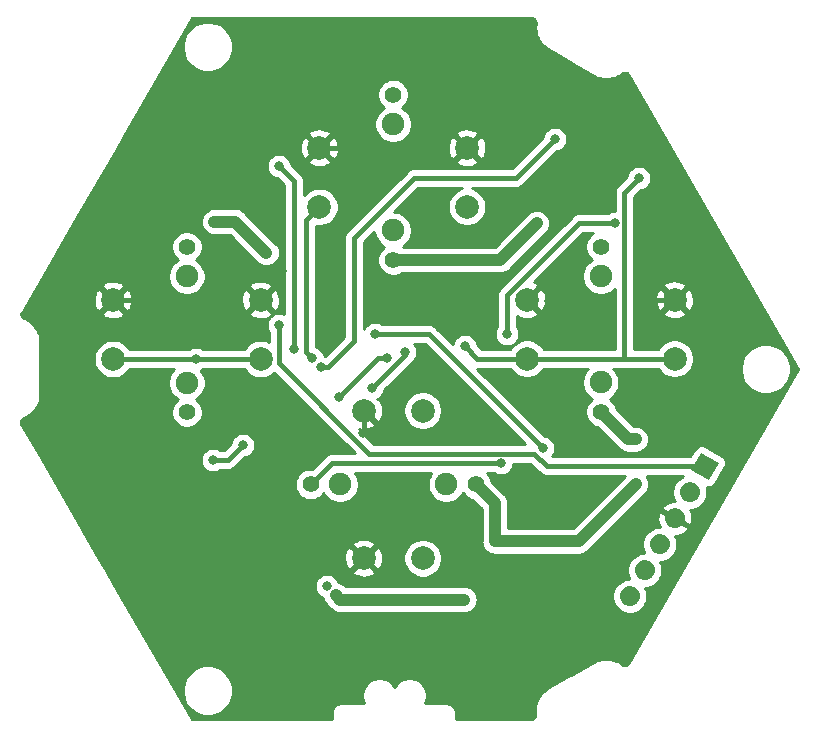
<source format=gbl>
G04 #@! TF.GenerationSoftware,KiCad,Pcbnew,(5.1.6)-1*
G04 #@! TF.CreationDate,2021-11-15T17:53:34+01:00*
G04 #@! TF.ProjectId,STEM,5354454d-2e6b-4696-9361-645f70636258,A*
G04 #@! TF.SameCoordinates,Original*
G04 #@! TF.FileFunction,Copper,L2,Bot*
G04 #@! TF.FilePolarity,Positive*
%FSLAX46Y46*%
G04 Gerber Fmt 4.6, Leading zero omitted, Abs format (unit mm)*
G04 Created by KiCad (PCBNEW (5.1.6)-1) date 2021-11-15 17:53:34*
%MOMM*%
%LPD*%
G01*
G04 APERTURE LIST*
G04 #@! TA.AperFunction,WasherPad*
%ADD10C,1.900000*%
G04 #@! TD*
G04 #@! TA.AperFunction,ComponentPad*
%ADD11C,1.400000*%
G04 #@! TD*
G04 #@! TA.AperFunction,ComponentPad*
%ADD12C,2.000000*%
G04 #@! TD*
G04 #@! TA.AperFunction,ComponentPad*
%ADD13C,0.100000*%
G04 #@! TD*
G04 #@! TA.AperFunction,ViaPad*
%ADD14C,0.800000*%
G04 #@! TD*
G04 #@! TA.AperFunction,Conductor*
%ADD15C,1.000000*%
G04 #@! TD*
G04 #@! TA.AperFunction,Conductor*
%ADD16C,0.400000*%
G04 #@! TD*
G04 #@! TA.AperFunction,Conductor*
%ADD17C,0.254000*%
G04 #@! TD*
G04 APERTURE END LIST*
D10*
X126950000Y-124985000D03*
X117950000Y-124985000D03*
D11*
X115450000Y-124985000D03*
X129450000Y-124985000D03*
D12*
X119950000Y-131235000D03*
X124950000Y-131235000D03*
X119950000Y-118735000D03*
X124950000Y-118735000D03*
D10*
X140025000Y-116348000D03*
X140025000Y-107348000D03*
D11*
X140025000Y-104848000D03*
X140025000Y-118848000D03*
D12*
X133775000Y-109348000D03*
X133775000Y-114348000D03*
X146275000Y-109348000D03*
X146275000Y-114348000D03*
D10*
X104975000Y-116373000D03*
X104975000Y-107373000D03*
D11*
X104975000Y-104873000D03*
X104975000Y-118873000D03*
D12*
X98725000Y-109373000D03*
X98725000Y-114373000D03*
X111225000Y-109373000D03*
X111225000Y-114373000D03*
D10*
X122450000Y-103485000D03*
X122450000Y-94485000D03*
D11*
X122450000Y-91985000D03*
X122450000Y-105985000D03*
D12*
X116200000Y-96485000D03*
X116200000Y-101485000D03*
X128700000Y-96485000D03*
X128700000Y-101485000D03*
G04 #@! TA.AperFunction,ComponentPad*
G36*
G01*
X141757878Y-134022409D02*
X141757878Y-134022409D01*
G75*
G02*
X142919000Y-133711287I736122J-425000D01*
G01*
X142919000Y-133711287D01*
G75*
G02*
X143230122Y-134872409I-425000J-736122D01*
G01*
X143230122Y-134872409D01*
G75*
G02*
X142069000Y-135183531I-736122J425000D01*
G01*
X142069000Y-135183531D01*
G75*
G02*
X141757878Y-134022409I425000J736122D01*
G01*
G37*
G04 #@! TD.AperFunction*
G04 #@! TA.AperFunction,ComponentPad*
G36*
G01*
X143027878Y-131822704D02*
X143027878Y-131822704D01*
G75*
G02*
X144189000Y-131511582I736122J-425000D01*
G01*
X144189000Y-131511582D01*
G75*
G02*
X144500122Y-132672704I-425000J-736122D01*
G01*
X144500122Y-132672704D01*
G75*
G02*
X143339000Y-132983826I-736122J425000D01*
G01*
X143339000Y-132983826D01*
G75*
G02*
X143027878Y-131822704I425000J736122D01*
G01*
G37*
G04 #@! TD.AperFunction*
G04 #@! TA.AperFunction,ComponentPad*
G36*
G01*
X144297878Y-129623000D02*
X144297878Y-129623000D01*
G75*
G02*
X145459000Y-129311878I736122J-425000D01*
G01*
X145459000Y-129311878D01*
G75*
G02*
X145770122Y-130473000I-425000J-736122D01*
G01*
X145770122Y-130473000D01*
G75*
G02*
X144609000Y-130784122I-736122J425000D01*
G01*
X144609000Y-130784122D01*
G75*
G02*
X144297878Y-129623000I425000J736122D01*
G01*
G37*
G04 #@! TD.AperFunction*
G04 #@! TA.AperFunction,ComponentPad*
G36*
G01*
X145567878Y-127423295D02*
X145567878Y-127423295D01*
G75*
G02*
X146729000Y-127112173I736122J-425000D01*
G01*
X146729000Y-127112173D01*
G75*
G02*
X147040122Y-128273295I-425000J-736122D01*
G01*
X147040122Y-128273295D01*
G75*
G02*
X145879000Y-128584417I-736122J425000D01*
G01*
X145879000Y-128584417D01*
G75*
G02*
X145567878Y-127423295I425000J736122D01*
G01*
G37*
G04 #@! TD.AperFunction*
G04 #@! TA.AperFunction,ComponentPad*
G36*
G01*
X146837878Y-125223591D02*
X146837878Y-125223591D01*
G75*
G02*
X147999000Y-124912469I736122J-425000D01*
G01*
X147999000Y-124912469D01*
G75*
G02*
X148310122Y-126073591I-425000J-736122D01*
G01*
X148310122Y-126073591D01*
G75*
G02*
X147149000Y-126384713I-736122J425000D01*
G01*
X147149000Y-126384713D01*
G75*
G02*
X146837878Y-125223591I425000J736122D01*
G01*
G37*
G04 #@! TD.AperFunction*
G04 #@! TA.AperFunction,ComponentPad*
D13*
G36*
X147682878Y-123760008D02*
G01*
X148532878Y-122287764D01*
X150005122Y-123137764D01*
X149155122Y-124610008D01*
X147682878Y-123760008D01*
G37*
G04 #@! TD.AperFunction*
D14*
X131064000Y-129794000D03*
X128463000Y-134730000D03*
X127254000Y-134874000D03*
X117602000Y-134366000D03*
X116840000Y-133604000D03*
X143002000Y-121158000D03*
X143002000Y-124968000D03*
X134620000Y-102870000D03*
X111707999Y-105357999D03*
X107315000Y-102743000D03*
X109220000Y-109474000D03*
X119888000Y-120650000D03*
X135636000Y-109474000D03*
X144526000Y-109474000D03*
X118110000Y-96520000D03*
X107442000Y-99314000D03*
X100584000Y-109474000D03*
X119888000Y-129032000D03*
X122428000Y-132588000D03*
X137160000Y-125222000D03*
X136398000Y-99060000D03*
X137922000Y-97282000D03*
X113030000Y-106934000D03*
X128016000Y-109220000D03*
X144272000Y-127000000D03*
X126746000Y-96520000D03*
X136398000Y-139446000D03*
X130810000Y-143510000D03*
X141732000Y-137668000D03*
X112522000Y-143764000D03*
X110490000Y-139192000D03*
X104140000Y-138176000D03*
X99568000Y-131064000D03*
X94234000Y-121920000D03*
X95250000Y-115316000D03*
X93218000Y-109220000D03*
X98044000Y-102870000D03*
X101600000Y-96774000D03*
X104648000Y-91186000D03*
X111760000Y-87376000D03*
X120650000Y-87122000D03*
X130810000Y-87122000D03*
X136144000Y-90678000D03*
X142240000Y-93218000D03*
X145796000Y-98806000D03*
X148844000Y-104648000D03*
X152654000Y-111252000D03*
X152400000Y-119126000D03*
X112268000Y-124206000D03*
X129032000Y-131572000D03*
X130810000Y-120142000D03*
X135890000Y-118110000D03*
X145542000Y-118618000D03*
X126238000Y-103378000D03*
X121666000Y-97790000D03*
X110744000Y-117602000D03*
X108712000Y-131826000D03*
X134366000Y-132588000D03*
X104902000Y-121666000D03*
X122936000Y-110236000D03*
X138049000Y-105410000D03*
X140081000Y-125095000D03*
X139954000Y-121666000D03*
X127889000Y-117348000D03*
X112776000Y-111506000D03*
X107188000Y-122936000D03*
X109728000Y-121666000D03*
X120650000Y-116840000D03*
X123444000Y-113792000D03*
X121920000Y-114300000D03*
X117856000Y-117602000D03*
X120904000Y-112268000D03*
X135128000Y-121920000D03*
X105737000Y-114373000D03*
X114046000Y-113538000D03*
X112776000Y-98044000D03*
X115570000Y-114300000D03*
X116332000Y-115062000D03*
X136144000Y-95758000D03*
X128524000Y-113284000D03*
X143256000Y-99060000D03*
X132080000Y-112268000D03*
X141224000Y-102870000D03*
X131572000Y-123190000D03*
D15*
X131064000Y-126599000D02*
X129450000Y-124985000D01*
X131064000Y-129794000D02*
X131064000Y-126599000D01*
X128463000Y-134730000D02*
X117966000Y-134730000D01*
X117966000Y-134730000D02*
X117602000Y-134366000D01*
X142335000Y-121158000D02*
X140025000Y-118848000D01*
X143002000Y-121158000D02*
X142335000Y-121158000D01*
X138176000Y-129794000D02*
X131064000Y-129794000D01*
X143002000Y-124968000D02*
X138176000Y-129794000D01*
X122450000Y-105985000D02*
X131505000Y-105985000D01*
X131505000Y-105985000D02*
X134620000Y-102870000D01*
X109093000Y-102743000D02*
X111707999Y-105357999D01*
X107315000Y-102743000D02*
X109093000Y-102743000D01*
D16*
X119950000Y-118735000D02*
X119950000Y-120588000D01*
X119950000Y-120588000D02*
X119888000Y-120650000D01*
X146275000Y-109348000D02*
X144652000Y-109348000D01*
X144652000Y-109348000D02*
X144526000Y-109474000D01*
X116200000Y-96485000D02*
X118075000Y-96485000D01*
X118075000Y-96485000D02*
X118110000Y-96520000D01*
X98725000Y-109373000D02*
X100483000Y-109373000D01*
X100483000Y-109373000D02*
X100584000Y-109474000D01*
X135472884Y-123448886D02*
X148844000Y-123448886D01*
X134413997Y-122389999D02*
X135472884Y-123448886D01*
X120443997Y-122389999D02*
X134413997Y-122389999D01*
X112776000Y-114722002D02*
X120443997Y-122389999D01*
X112776000Y-111506000D02*
X112776000Y-114722002D01*
X107188000Y-122936000D02*
X108458000Y-122936000D01*
X108458000Y-122936000D02*
X109728000Y-121666000D01*
X120650000Y-116840000D02*
X123444000Y-114046000D01*
X123444000Y-114046000D02*
X123444000Y-113792000D01*
X121920000Y-114300000D02*
X121158000Y-114300000D01*
X121158000Y-114300000D02*
X117856000Y-117602000D01*
X120904000Y-112268000D02*
X125476000Y-112268000D01*
X125476000Y-112268000D02*
X135128000Y-121920000D01*
X105737000Y-114373000D02*
X98725000Y-114373000D01*
X111225000Y-114373000D02*
X105737000Y-114373000D01*
X114046000Y-113538000D02*
X114046000Y-99314000D01*
X114046000Y-99314000D02*
X112776000Y-98044000D01*
X116586000Y-101871000D02*
X116200000Y-101485000D01*
X115570000Y-114300000D02*
X115062000Y-113792000D01*
X115062000Y-102623000D02*
X116200000Y-101485000D01*
X115062000Y-113792000D02*
X115062000Y-102623000D01*
X116897685Y-115062000D02*
X119126000Y-112833685D01*
X116332000Y-115062000D02*
X116897685Y-115062000D01*
X119126000Y-112833685D02*
X119126000Y-104140000D01*
X119126000Y-104140000D02*
X124206000Y-99060000D01*
X124206000Y-99060000D02*
X132842000Y-99060000D01*
X132842000Y-99060000D02*
X136144000Y-95758000D01*
X129588000Y-114348000D02*
X133775000Y-114348000D01*
X128524000Y-113284000D02*
X129588000Y-114348000D01*
X142034000Y-100282000D02*
X143256000Y-99060000D01*
X142034000Y-114348000D02*
X142034000Y-100282000D01*
X142034000Y-114348000D02*
X146275000Y-114348000D01*
X133775000Y-114348000D02*
X142034000Y-114348000D01*
X138180998Y-102870000D02*
X141224000Y-102870000D01*
X132080000Y-112268000D02*
X132080000Y-108970998D01*
X132080000Y-108970998D02*
X138180998Y-102870000D01*
X117245000Y-123190000D02*
X115450000Y-124985000D01*
X131572000Y-123190000D02*
X117245000Y-123190000D01*
D17*
G36*
X134306055Y-85554039D02*
G01*
X134364767Y-85583697D01*
X134416599Y-85624192D01*
X134459582Y-85673989D01*
X134492072Y-85731181D01*
X134512835Y-85793598D01*
X134521079Y-85858858D01*
X134513950Y-85960817D01*
X134505857Y-86014422D01*
X134504001Y-86050006D01*
X134499039Y-86085313D01*
X134498718Y-86094523D01*
X134490630Y-86384124D01*
X134494803Y-86443798D01*
X134498142Y-86503521D01*
X134499616Y-86512618D01*
X134547932Y-86798275D01*
X134563610Y-86855978D01*
X134578493Y-86913944D01*
X134581705Y-86922581D01*
X134684586Y-87193412D01*
X134711188Y-87247001D01*
X134737031Y-87300939D01*
X134741860Y-87308788D01*
X134895385Y-87554479D01*
X134931891Y-87601882D01*
X134967717Y-87649772D01*
X134973978Y-87656533D01*
X135172302Y-87867725D01*
X135217316Y-87907132D01*
X135261767Y-87947155D01*
X135269222Y-87952571D01*
X135502487Y-88119570D01*
X135527027Y-88137417D01*
X137443114Y-89261639D01*
X137444992Y-89262985D01*
X137471008Y-89278005D01*
X137497033Y-89293275D01*
X137499140Y-89294248D01*
X139432375Y-90410405D01*
X139437093Y-90412543D01*
X139454361Y-90422155D01*
X139484469Y-90435248D01*
X139513192Y-90451173D01*
X139521675Y-90454774D01*
X139792081Y-90567364D01*
X139849264Y-90584852D01*
X139906237Y-90603151D01*
X139915258Y-90605036D01*
X140202383Y-90662960D01*
X140261867Y-90669008D01*
X140321318Y-90675893D01*
X140330533Y-90675990D01*
X140623441Y-90677041D01*
X140683007Y-90671416D01*
X140742619Y-90666626D01*
X140751677Y-90664932D01*
X141039213Y-90609071D01*
X141096527Y-90591991D01*
X141154103Y-90575705D01*
X141162659Y-90572283D01*
X141433867Y-90461636D01*
X141486764Y-90433753D01*
X141540088Y-90406590D01*
X141547812Y-90401574D01*
X141547815Y-90401572D01*
X141547817Y-90401570D01*
X141792367Y-90240354D01*
X141801568Y-90232905D01*
X141908991Y-90159351D01*
X141969448Y-90133439D01*
X142033791Y-90119763D01*
X142099565Y-90118844D01*
X142164259Y-90130718D01*
X142225416Y-90154932D01*
X142280708Y-90190565D01*
X142347708Y-90255267D01*
X156743297Y-115188998D01*
X142317850Y-140174449D01*
X142264361Y-140226830D01*
X142209317Y-140262849D01*
X142148331Y-140287489D01*
X142083721Y-140299814D01*
X142017943Y-140299355D01*
X141953508Y-140286128D01*
X141892870Y-140260638D01*
X141808137Y-140203485D01*
X141765764Y-140169676D01*
X141735860Y-140150267D01*
X141707775Y-140128324D01*
X141699960Y-140123441D01*
X141453202Y-139971635D01*
X141399478Y-139945432D01*
X141346043Y-139918440D01*
X141337428Y-139915168D01*
X141065883Y-139814182D01*
X141008027Y-139798896D01*
X140950435Y-139782816D01*
X140941349Y-139781279D01*
X140655361Y-139734959D01*
X140595675Y-139731204D01*
X140536016Y-139726613D01*
X140526805Y-139726871D01*
X140237267Y-139736982D01*
X140177972Y-139744894D01*
X140118576Y-139751976D01*
X140109589Y-139754018D01*
X139827528Y-139820175D01*
X139770884Y-139839458D01*
X139714008Y-139857938D01*
X139705590Y-139861686D01*
X139444205Y-139980256D01*
X139416597Y-139992533D01*
X137484965Y-141089795D01*
X137482849Y-141090754D01*
X137456694Y-141105855D01*
X137430597Y-141120679D01*
X137428711Y-141122011D01*
X135495465Y-142238172D01*
X135491261Y-142241185D01*
X135474299Y-142251335D01*
X135447905Y-142270864D01*
X135419753Y-142287775D01*
X135412393Y-142293321D01*
X135179682Y-142471205D01*
X135135910Y-142512015D01*
X135091612Y-142552174D01*
X135085469Y-142559043D01*
X134891742Y-142778739D01*
X134856749Y-142827248D01*
X134821075Y-142875273D01*
X134816383Y-142883205D01*
X134669018Y-143136346D01*
X134644105Y-143190748D01*
X134618447Y-143244768D01*
X134615385Y-143253460D01*
X134519996Y-143530403D01*
X134506128Y-143588592D01*
X134491448Y-143646578D01*
X134490134Y-143655699D01*
X134450352Y-143945895D01*
X134448051Y-144005643D01*
X134444912Y-144065409D01*
X134445394Y-144074612D01*
X134462737Y-144367009D01*
X134464582Y-144378668D01*
X134474573Y-144508511D01*
X134466786Y-144573822D01*
X134446458Y-144636382D01*
X134414368Y-144693801D01*
X134371735Y-144743895D01*
X134320186Y-144784752D01*
X134261685Y-144814818D01*
X134174901Y-144839702D01*
X127731440Y-144839698D01*
X127731441Y-144218702D01*
X127734634Y-144186282D01*
X127721891Y-144056899D01*
X127684151Y-143932489D01*
X127622866Y-143817832D01*
X127540389Y-143717334D01*
X127439891Y-143634857D01*
X127325234Y-143573572D01*
X127200824Y-143535832D01*
X127103860Y-143526282D01*
X127103850Y-143526282D01*
X127071441Y-143523090D01*
X127039029Y-143526282D01*
X125153830Y-143526282D01*
X125243317Y-143310242D01*
X125300000Y-143025275D01*
X125300000Y-142734725D01*
X125243317Y-142449758D01*
X125132128Y-142181325D01*
X124970707Y-141939742D01*
X124765258Y-141734293D01*
X124523675Y-141572872D01*
X124255242Y-141461683D01*
X123970275Y-141405000D01*
X123679725Y-141405000D01*
X123394758Y-141461683D01*
X123126325Y-141572872D01*
X122884742Y-141734293D01*
X122679293Y-141939742D01*
X122555000Y-142125759D01*
X122430707Y-141939742D01*
X122225258Y-141734293D01*
X121983675Y-141572872D01*
X121715242Y-141461683D01*
X121430275Y-141405000D01*
X121139725Y-141405000D01*
X120854758Y-141461683D01*
X120586325Y-141572872D01*
X120344742Y-141734293D01*
X120139293Y-141939742D01*
X119977872Y-142181325D01*
X119866683Y-142449758D01*
X119810000Y-142734725D01*
X119810000Y-143025275D01*
X119866683Y-143310242D01*
X119956170Y-143526282D01*
X117959859Y-143526282D01*
X117927440Y-143523089D01*
X117895021Y-143526282D01*
X117798057Y-143535832D01*
X117673647Y-143573572D01*
X117558990Y-143634857D01*
X117458492Y-143717334D01*
X117376015Y-143817832D01*
X117314730Y-143932489D01*
X117276990Y-144056899D01*
X117264247Y-144186282D01*
X117267441Y-144218711D01*
X117267440Y-144839700D01*
X105386450Y-144839700D01*
X103881417Y-142232921D01*
X104621200Y-142232921D01*
X104621200Y-142653479D01*
X104703247Y-143065956D01*
X104864188Y-143454502D01*
X105097837Y-143804183D01*
X105395217Y-144101563D01*
X105744898Y-144335212D01*
X106133444Y-144496153D01*
X106545921Y-144578200D01*
X106966479Y-144578200D01*
X107378956Y-144496153D01*
X107767502Y-144335212D01*
X108117183Y-144101563D01*
X108414563Y-143804183D01*
X108648212Y-143454502D01*
X108809153Y-143065956D01*
X108891200Y-142653479D01*
X108891200Y-142232921D01*
X108809153Y-141820444D01*
X108648212Y-141431898D01*
X108414563Y-141082217D01*
X108117183Y-140784837D01*
X107767502Y-140551188D01*
X107378956Y-140390247D01*
X106966479Y-140308200D01*
X106545921Y-140308200D01*
X106133444Y-140390247D01*
X105744898Y-140551188D01*
X105395217Y-140784837D01*
X105097837Y-141082217D01*
X104864188Y-141431898D01*
X104703247Y-141820444D01*
X104621200Y-142232921D01*
X103881417Y-142232921D01*
X98840622Y-133502061D01*
X115805000Y-133502061D01*
X115805000Y-133705939D01*
X115844774Y-133905898D01*
X115922795Y-134094256D01*
X116036063Y-134263774D01*
X116180226Y-134407937D01*
X116349744Y-134521205D01*
X116482199Y-134576070D01*
X116483423Y-134588498D01*
X116548324Y-134802446D01*
X116653717Y-134999622D01*
X116760012Y-135129143D01*
X117124008Y-135493140D01*
X117159551Y-135536449D01*
X117332377Y-135678284D01*
X117529553Y-135783676D01*
X117554373Y-135791205D01*
X117743501Y-135848577D01*
X117966000Y-135870491D01*
X118021752Y-135865000D01*
X126941900Y-135865000D01*
X126952102Y-135869226D01*
X127152061Y-135909000D01*
X127355939Y-135909000D01*
X127555898Y-135869226D01*
X127566100Y-135865000D01*
X128518752Y-135865000D01*
X128685499Y-135848577D01*
X128899447Y-135783676D01*
X129096623Y-135678284D01*
X129269449Y-135536449D01*
X129411284Y-135363623D01*
X129516676Y-135166447D01*
X129581577Y-134952499D01*
X129603491Y-134730000D01*
X129581577Y-134507501D01*
X129518981Y-134301149D01*
X141009000Y-134301149D01*
X141009000Y-134593669D01*
X141066068Y-134880567D01*
X141178010Y-135150820D01*
X141340525Y-135394041D01*
X141547368Y-135600884D01*
X141790589Y-135763399D01*
X142060842Y-135875341D01*
X142347740Y-135932409D01*
X142640260Y-135932409D01*
X142927158Y-135875341D01*
X143197411Y-135763399D01*
X143440632Y-135600884D01*
X143647475Y-135394041D01*
X143809990Y-135150820D01*
X143921932Y-134880567D01*
X143979000Y-134593669D01*
X143979000Y-134301149D01*
X143921932Y-134014251D01*
X143809990Y-133743998D01*
X143802444Y-133732704D01*
X143910260Y-133732704D01*
X144197158Y-133675636D01*
X144467411Y-133563694D01*
X144710632Y-133401179D01*
X144917475Y-133194336D01*
X145079990Y-132951115D01*
X145191932Y-132680862D01*
X145249000Y-132393964D01*
X145249000Y-132101444D01*
X145191932Y-131814546D01*
X145079990Y-131544293D01*
X145072444Y-131533000D01*
X145180260Y-131533000D01*
X145467158Y-131475932D01*
X145737411Y-131363990D01*
X145980632Y-131201475D01*
X146187475Y-130994632D01*
X146349990Y-130751411D01*
X146461932Y-130481158D01*
X146519000Y-130194260D01*
X146519000Y-129901740D01*
X146461932Y-129614842D01*
X146349990Y-129344589D01*
X146337455Y-129325830D01*
X146469687Y-129324027D01*
X146754405Y-129263347D01*
X147021813Y-129148288D01*
X147261636Y-128983270D01*
X147373910Y-128878109D01*
X147383788Y-128618358D01*
X146350485Y-128021780D01*
X146340485Y-128039101D01*
X146120515Y-127912101D01*
X146130515Y-127894780D01*
X145097212Y-127298203D01*
X144877200Y-127436633D01*
X144842265Y-127586445D01*
X144819267Y-127876647D01*
X144853326Y-128165759D01*
X144943135Y-128442672D01*
X145010436Y-128563000D01*
X144887740Y-128563000D01*
X144600842Y-128620068D01*
X144330589Y-128732010D01*
X144087368Y-128894525D01*
X143880525Y-129101368D01*
X143718010Y-129344589D01*
X143606068Y-129614842D01*
X143549000Y-129901740D01*
X143549000Y-130194260D01*
X143606068Y-130481158D01*
X143718010Y-130751411D01*
X143725556Y-130762704D01*
X143617740Y-130762704D01*
X143330842Y-130819772D01*
X143060589Y-130931714D01*
X142817368Y-131094229D01*
X142610525Y-131301072D01*
X142448010Y-131544293D01*
X142336068Y-131814546D01*
X142279000Y-132101444D01*
X142279000Y-132393964D01*
X142336068Y-132680862D01*
X142448010Y-132951115D01*
X142455556Y-132962409D01*
X142347740Y-132962409D01*
X142060842Y-133019477D01*
X141790589Y-133131419D01*
X141547368Y-133293934D01*
X141340525Y-133500777D01*
X141178010Y-133743998D01*
X141066068Y-134014251D01*
X141009000Y-134301149D01*
X129518981Y-134301149D01*
X129516676Y-134293553D01*
X129411284Y-134096377D01*
X129269449Y-133923551D01*
X129096623Y-133781716D01*
X128899447Y-133676324D01*
X128685499Y-133611423D01*
X128518752Y-133595000D01*
X118436131Y-133595000D01*
X118365143Y-133524012D01*
X118235622Y-133417717D01*
X118038446Y-133312324D01*
X117824498Y-133247423D01*
X117812070Y-133246199D01*
X117757205Y-133113744D01*
X117643937Y-132944226D01*
X117499774Y-132800063D01*
X117330256Y-132686795D01*
X117141898Y-132608774D01*
X116941939Y-132569000D01*
X116738061Y-132569000D01*
X116538102Y-132608774D01*
X116349744Y-132686795D01*
X116180226Y-132800063D01*
X116036063Y-132944226D01*
X115922795Y-133113744D01*
X115844774Y-133302102D01*
X115805000Y-133502061D01*
X98840622Y-133502061D01*
X98187262Y-132370413D01*
X118994192Y-132370413D01*
X119089956Y-132634814D01*
X119379571Y-132775704D01*
X119691108Y-132857384D01*
X120012595Y-132876718D01*
X120331675Y-132832961D01*
X120636088Y-132727795D01*
X120810044Y-132634814D01*
X120905808Y-132370413D01*
X119950000Y-131414605D01*
X118994192Y-132370413D01*
X98187262Y-132370413D01*
X97567866Y-131297595D01*
X118308282Y-131297595D01*
X118352039Y-131616675D01*
X118457205Y-131921088D01*
X118550186Y-132095044D01*
X118814587Y-132190808D01*
X119770395Y-131235000D01*
X120129605Y-131235000D01*
X121085413Y-132190808D01*
X121349814Y-132095044D01*
X121490704Y-131805429D01*
X121572384Y-131493892D01*
X121591718Y-131172405D01*
X121578219Y-131073967D01*
X123315000Y-131073967D01*
X123315000Y-131396033D01*
X123377832Y-131711912D01*
X123501082Y-132009463D01*
X123680013Y-132277252D01*
X123907748Y-132504987D01*
X124175537Y-132683918D01*
X124473088Y-132807168D01*
X124788967Y-132870000D01*
X125111033Y-132870000D01*
X125426912Y-132807168D01*
X125724463Y-132683918D01*
X125992252Y-132504987D01*
X126219987Y-132277252D01*
X126398918Y-132009463D01*
X126522168Y-131711912D01*
X126585000Y-131396033D01*
X126585000Y-131073967D01*
X126522168Y-130758088D01*
X126398918Y-130460537D01*
X126219987Y-130192748D01*
X125992252Y-129965013D01*
X125724463Y-129786082D01*
X125426912Y-129662832D01*
X125111033Y-129600000D01*
X124788967Y-129600000D01*
X124473088Y-129662832D01*
X124175537Y-129786082D01*
X123907748Y-129965013D01*
X123680013Y-130192748D01*
X123501082Y-130460537D01*
X123377832Y-130758088D01*
X123315000Y-131073967D01*
X121578219Y-131073967D01*
X121547961Y-130853325D01*
X121442795Y-130548912D01*
X121349814Y-130374956D01*
X121085413Y-130279192D01*
X120129605Y-131235000D01*
X119770395Y-131235000D01*
X118814587Y-130279192D01*
X118550186Y-130374956D01*
X118409296Y-130664571D01*
X118327616Y-130976108D01*
X118308282Y-131297595D01*
X97567866Y-131297595D01*
X96876192Y-130099587D01*
X118994192Y-130099587D01*
X119950000Y-131055395D01*
X120905808Y-130099587D01*
X120810044Y-129835186D01*
X120520429Y-129694296D01*
X120208892Y-129612616D01*
X119887405Y-129593282D01*
X119568325Y-129637039D01*
X119263912Y-129742205D01*
X119089956Y-129835186D01*
X118994192Y-130099587D01*
X96876192Y-130099587D01*
X92681411Y-122834061D01*
X106153000Y-122834061D01*
X106153000Y-123037939D01*
X106192774Y-123237898D01*
X106270795Y-123426256D01*
X106384063Y-123595774D01*
X106528226Y-123739937D01*
X106697744Y-123853205D01*
X106886102Y-123931226D01*
X107086061Y-123971000D01*
X107289939Y-123971000D01*
X107489898Y-123931226D01*
X107678256Y-123853205D01*
X107801285Y-123771000D01*
X108416982Y-123771000D01*
X108458000Y-123775040D01*
X108499018Y-123771000D01*
X108499019Y-123771000D01*
X108621689Y-123758918D01*
X108779087Y-123711172D01*
X108924146Y-123633636D01*
X109051291Y-123529291D01*
X109077446Y-123497421D01*
X109884775Y-122690092D01*
X110029898Y-122661226D01*
X110218256Y-122583205D01*
X110387774Y-122469937D01*
X110531937Y-122325774D01*
X110645205Y-122156256D01*
X110723226Y-121967898D01*
X110763000Y-121767939D01*
X110763000Y-121564061D01*
X110723226Y-121364102D01*
X110645205Y-121175744D01*
X110531937Y-121006226D01*
X110387774Y-120862063D01*
X110218256Y-120748795D01*
X110029898Y-120670774D01*
X109829939Y-120631000D01*
X109626061Y-120631000D01*
X109426102Y-120670774D01*
X109237744Y-120748795D01*
X109068226Y-120862063D01*
X108924063Y-121006226D01*
X108810795Y-121175744D01*
X108732774Y-121364102D01*
X108703908Y-121509225D01*
X108112133Y-122101000D01*
X107801285Y-122101000D01*
X107678256Y-122018795D01*
X107489898Y-121940774D01*
X107289939Y-121901000D01*
X107086061Y-121901000D01*
X106886102Y-121940774D01*
X106697744Y-122018795D01*
X106528226Y-122132063D01*
X106384063Y-122276226D01*
X106270795Y-122445744D01*
X106192774Y-122634102D01*
X106153000Y-122834061D01*
X92681411Y-122834061D01*
X90973546Y-119875972D01*
X90943147Y-119757572D01*
X90939474Y-119691893D01*
X90948629Y-119626758D01*
X90970261Y-119564640D01*
X91003545Y-119507908D01*
X91047219Y-119458717D01*
X91099612Y-119418948D01*
X91191473Y-119374144D01*
X91241941Y-119354352D01*
X91273702Y-119338159D01*
X91306747Y-119324808D01*
X91314883Y-119320482D01*
X91569732Y-119182686D01*
X91619331Y-119149231D01*
X91669377Y-119116482D01*
X91676518Y-119110658D01*
X91899747Y-118925987D01*
X91941873Y-118883566D01*
X91984640Y-118841685D01*
X91990514Y-118834585D01*
X92173622Y-118610070D01*
X92206723Y-118560249D01*
X92240519Y-118510892D01*
X92244902Y-118502785D01*
X92380916Y-118246982D01*
X92403711Y-118191676D01*
X92427277Y-118136693D01*
X92430002Y-118127890D01*
X92513739Y-117850540D01*
X92525357Y-117791863D01*
X92537795Y-117733348D01*
X92538758Y-117724183D01*
X92566854Y-117437635D01*
X92569931Y-117408488D01*
X92585491Y-115187001D01*
X92585718Y-115184697D01*
X92585718Y-115154604D01*
X92585929Y-115124484D01*
X92585718Y-115122176D01*
X92585718Y-114211967D01*
X97090000Y-114211967D01*
X97090000Y-114534033D01*
X97152832Y-114849912D01*
X97276082Y-115147463D01*
X97455013Y-115415252D01*
X97682748Y-115642987D01*
X97950537Y-115821918D01*
X98248088Y-115945168D01*
X98563967Y-116008000D01*
X98886033Y-116008000D01*
X99201912Y-115945168D01*
X99499463Y-115821918D01*
X99767252Y-115642987D01*
X99994987Y-115415252D01*
X100133468Y-115208000D01*
X103898471Y-115208000D01*
X103743850Y-115362621D01*
X103570391Y-115622221D01*
X103450911Y-115910673D01*
X103390000Y-116216891D01*
X103390000Y-116529109D01*
X103450911Y-116835327D01*
X103570391Y-117123779D01*
X103743850Y-117383379D01*
X103964621Y-117604150D01*
X104217827Y-117773337D01*
X104123987Y-117836038D01*
X103938038Y-118021987D01*
X103791939Y-118240641D01*
X103691304Y-118483595D01*
X103640000Y-118741514D01*
X103640000Y-119004486D01*
X103691304Y-119262405D01*
X103791939Y-119505359D01*
X103938038Y-119724013D01*
X104123987Y-119909962D01*
X104342641Y-120056061D01*
X104585595Y-120156696D01*
X104843514Y-120208000D01*
X105106486Y-120208000D01*
X105364405Y-120156696D01*
X105607359Y-120056061D01*
X105826013Y-119909962D01*
X106011962Y-119724013D01*
X106158061Y-119505359D01*
X106258696Y-119262405D01*
X106310000Y-119004486D01*
X106310000Y-118741514D01*
X106258696Y-118483595D01*
X106158061Y-118240641D01*
X106011962Y-118021987D01*
X105826013Y-117836038D01*
X105732173Y-117773337D01*
X105985379Y-117604150D01*
X106206150Y-117383379D01*
X106379609Y-117123779D01*
X106499089Y-116835327D01*
X106560000Y-116529109D01*
X106560000Y-116216891D01*
X106499089Y-115910673D01*
X106379609Y-115622221D01*
X106206150Y-115362621D01*
X106161126Y-115317597D01*
X106227256Y-115290205D01*
X106350285Y-115208000D01*
X109816532Y-115208000D01*
X109955013Y-115415252D01*
X110182748Y-115642987D01*
X110450537Y-115821918D01*
X110748088Y-115945168D01*
X111063967Y-116008000D01*
X111386033Y-116008000D01*
X111701912Y-115945168D01*
X111999463Y-115821918D01*
X112267252Y-115642987D01*
X112391685Y-115518554D01*
X119228130Y-122355000D01*
X117286007Y-122355000D01*
X117244999Y-122350961D01*
X117203991Y-122355000D01*
X117203981Y-122355000D01*
X117081311Y-122367082D01*
X116923913Y-122414828D01*
X116778854Y-122492364D01*
X116651709Y-122596709D01*
X116625559Y-122628573D01*
X115600375Y-123653757D01*
X115581486Y-123650000D01*
X115318514Y-123650000D01*
X115060595Y-123701304D01*
X114817641Y-123801939D01*
X114598987Y-123948038D01*
X114413038Y-124133987D01*
X114266939Y-124352641D01*
X114166304Y-124595595D01*
X114115000Y-124853514D01*
X114115000Y-125116486D01*
X114166304Y-125374405D01*
X114266939Y-125617359D01*
X114413038Y-125836013D01*
X114598987Y-126021962D01*
X114817641Y-126168061D01*
X115060595Y-126268696D01*
X115318514Y-126320000D01*
X115581486Y-126320000D01*
X115839405Y-126268696D01*
X116082359Y-126168061D01*
X116301013Y-126021962D01*
X116486962Y-125836013D01*
X116549663Y-125742173D01*
X116718850Y-125995379D01*
X116939621Y-126216150D01*
X117199221Y-126389609D01*
X117487673Y-126509089D01*
X117793891Y-126570000D01*
X118106109Y-126570000D01*
X118412327Y-126509089D01*
X118700779Y-126389609D01*
X118960379Y-126216150D01*
X119181150Y-125995379D01*
X119354609Y-125735779D01*
X119474089Y-125447327D01*
X119535000Y-125141109D01*
X119535000Y-124828891D01*
X119474089Y-124522673D01*
X119354609Y-124234221D01*
X119214812Y-124025000D01*
X125685188Y-124025000D01*
X125545391Y-124234221D01*
X125425911Y-124522673D01*
X125365000Y-124828891D01*
X125365000Y-125141109D01*
X125425911Y-125447327D01*
X125545391Y-125735779D01*
X125718850Y-125995379D01*
X125939621Y-126216150D01*
X126199221Y-126389609D01*
X126487673Y-126509089D01*
X126793891Y-126570000D01*
X127106109Y-126570000D01*
X127412327Y-126509089D01*
X127700779Y-126389609D01*
X127960379Y-126216150D01*
X128181150Y-125995379D01*
X128350337Y-125742173D01*
X128413038Y-125836013D01*
X128598987Y-126021962D01*
X128817641Y-126168061D01*
X129060595Y-126268696D01*
X129145442Y-126285573D01*
X129929001Y-127069133D01*
X129929000Y-129738248D01*
X129923509Y-129794000D01*
X129945423Y-130016499D01*
X130010324Y-130230447D01*
X130087565Y-130374956D01*
X130115716Y-130427623D01*
X130257551Y-130600449D01*
X130430377Y-130742284D01*
X130627553Y-130847676D01*
X130841501Y-130912577D01*
X131064000Y-130934491D01*
X131119751Y-130929000D01*
X138120249Y-130929000D01*
X138176000Y-130934491D01*
X138231751Y-130929000D01*
X138231752Y-130929000D01*
X138398499Y-130912577D01*
X138612447Y-130847676D01*
X138809623Y-130742284D01*
X138982449Y-130600449D01*
X139017996Y-130557135D01*
X143843989Y-125731144D01*
X143950284Y-125601623D01*
X144055676Y-125404447D01*
X144120577Y-125190499D01*
X144142491Y-124968000D01*
X144120577Y-124745501D01*
X144055676Y-124531553D01*
X143950284Y-124334377D01*
X143908847Y-124283886D01*
X146988198Y-124283886D01*
X146870589Y-124332601D01*
X146627368Y-124495116D01*
X146420525Y-124701959D01*
X146258010Y-124945180D01*
X146146068Y-125215433D01*
X146089000Y-125502331D01*
X146089000Y-125794851D01*
X146146068Y-126081749D01*
X146258010Y-126352002D01*
X146270544Y-126370760D01*
X146138313Y-126372563D01*
X145853595Y-126433243D01*
X145586187Y-126548302D01*
X145346364Y-126713320D01*
X145234090Y-126818481D01*
X145224212Y-127078232D01*
X146257515Y-127674810D01*
X146267515Y-127657489D01*
X146487485Y-127784489D01*
X146477485Y-127801810D01*
X147510788Y-128398387D01*
X147730800Y-128259957D01*
X147765735Y-128110145D01*
X147788733Y-127819943D01*
X147754674Y-127530831D01*
X147664865Y-127253918D01*
X147597564Y-127133591D01*
X147720260Y-127133591D01*
X148007158Y-127076523D01*
X148277411Y-126964581D01*
X148520632Y-126802066D01*
X148727475Y-126595223D01*
X148889990Y-126352002D01*
X149001932Y-126081749D01*
X149059000Y-125794851D01*
X149059000Y-125502331D01*
X149004203Y-125226851D01*
X149071837Y-125242621D01*
X149196854Y-125246714D01*
X149320267Y-125226338D01*
X149437334Y-125182277D01*
X149543556Y-125116224D01*
X149634850Y-125030718D01*
X149707709Y-124929044D01*
X150557709Y-123456800D01*
X150609332Y-123342865D01*
X150637735Y-123221049D01*
X150641828Y-123096032D01*
X150621452Y-122972619D01*
X150577391Y-122855552D01*
X150511338Y-122749330D01*
X150425832Y-122658036D01*
X150324158Y-122585177D01*
X148851914Y-121735177D01*
X148737979Y-121683554D01*
X148616163Y-121655151D01*
X148491146Y-121651058D01*
X148367733Y-121671434D01*
X148250666Y-121715495D01*
X148144444Y-121781548D01*
X148053150Y-121867054D01*
X147980291Y-121968728D01*
X147607809Y-122613886D01*
X135897825Y-122613886D01*
X135931937Y-122579774D01*
X136045205Y-122410256D01*
X136123226Y-122221898D01*
X136163000Y-122021939D01*
X136163000Y-121818061D01*
X136123226Y-121618102D01*
X136045205Y-121429744D01*
X135931937Y-121260226D01*
X135787774Y-121116063D01*
X135618256Y-121002795D01*
X135429898Y-120924774D01*
X135284776Y-120895908D01*
X129574586Y-115185719D01*
X129587999Y-115187040D01*
X129629015Y-115183000D01*
X132366532Y-115183000D01*
X132505013Y-115390252D01*
X132732748Y-115617987D01*
X133000537Y-115796918D01*
X133298088Y-115920168D01*
X133613967Y-115983000D01*
X133936033Y-115983000D01*
X134251912Y-115920168D01*
X134549463Y-115796918D01*
X134817252Y-115617987D01*
X135044987Y-115390252D01*
X135183468Y-115183000D01*
X138948471Y-115183000D01*
X138793850Y-115337621D01*
X138620391Y-115597221D01*
X138500911Y-115885673D01*
X138440000Y-116191891D01*
X138440000Y-116504109D01*
X138500911Y-116810327D01*
X138620391Y-117098779D01*
X138793850Y-117358379D01*
X139014621Y-117579150D01*
X139267827Y-117748337D01*
X139173987Y-117811038D01*
X138988038Y-117996987D01*
X138841939Y-118215641D01*
X138741304Y-118458595D01*
X138690000Y-118716514D01*
X138690000Y-118979486D01*
X138741304Y-119237405D01*
X138841939Y-119480359D01*
X138988038Y-119699013D01*
X139173987Y-119884962D01*
X139392641Y-120031061D01*
X139635595Y-120131696D01*
X139720442Y-120148573D01*
X141493009Y-121921141D01*
X141528551Y-121964449D01*
X141701377Y-122106284D01*
X141898553Y-122211676D01*
X142112501Y-122276577D01*
X142279248Y-122293000D01*
X142279257Y-122293000D01*
X142334999Y-122298490D01*
X142390741Y-122293000D01*
X143057752Y-122293000D01*
X143224499Y-122276577D01*
X143438447Y-122211676D01*
X143635623Y-122106284D01*
X143808449Y-121964449D01*
X143950284Y-121791623D01*
X144055676Y-121594447D01*
X144120577Y-121380499D01*
X144142491Y-121158000D01*
X144120577Y-120935501D01*
X144055676Y-120721553D01*
X143950284Y-120524377D01*
X143808449Y-120351551D01*
X143635623Y-120209716D01*
X143438447Y-120104324D01*
X143224499Y-120039423D01*
X143057752Y-120023000D01*
X142805132Y-120023000D01*
X141325573Y-118543442D01*
X141308696Y-118458595D01*
X141208061Y-118215641D01*
X141061962Y-117996987D01*
X140876013Y-117811038D01*
X140782173Y-117748337D01*
X141035379Y-117579150D01*
X141256150Y-117358379D01*
X141429609Y-117098779D01*
X141549089Y-116810327D01*
X141610000Y-116504109D01*
X141610000Y-116191891D01*
X141549089Y-115885673D01*
X141429609Y-115597221D01*
X141256150Y-115337621D01*
X141101529Y-115183000D01*
X141992981Y-115183000D01*
X142034000Y-115187040D01*
X142075018Y-115183000D01*
X144866532Y-115183000D01*
X145005013Y-115390252D01*
X145232748Y-115617987D01*
X145500537Y-115796918D01*
X145798088Y-115920168D01*
X146113967Y-115983000D01*
X146436033Y-115983000D01*
X146751912Y-115920168D01*
X147049463Y-115796918D01*
X147317252Y-115617987D01*
X147544987Y-115390252D01*
X147723918Y-115122463D01*
X147772936Y-115004121D01*
X151865200Y-115004121D01*
X151865200Y-115424679D01*
X151947247Y-115837156D01*
X152108188Y-116225702D01*
X152341837Y-116575383D01*
X152639217Y-116872763D01*
X152988898Y-117106412D01*
X153377444Y-117267353D01*
X153789921Y-117349400D01*
X154210479Y-117349400D01*
X154622956Y-117267353D01*
X155011502Y-117106412D01*
X155361183Y-116872763D01*
X155658563Y-116575383D01*
X155892212Y-116225702D01*
X156053153Y-115837156D01*
X156135200Y-115424679D01*
X156135200Y-115004121D01*
X156053153Y-114591644D01*
X155892212Y-114203098D01*
X155658563Y-113853417D01*
X155361183Y-113556037D01*
X155011502Y-113322388D01*
X154622956Y-113161447D01*
X154210479Y-113079400D01*
X153789921Y-113079400D01*
X153377444Y-113161447D01*
X152988898Y-113322388D01*
X152639217Y-113556037D01*
X152341837Y-113853417D01*
X152108188Y-114203098D01*
X151947247Y-114591644D01*
X151865200Y-115004121D01*
X147772936Y-115004121D01*
X147847168Y-114824912D01*
X147910000Y-114509033D01*
X147910000Y-114186967D01*
X147847168Y-113871088D01*
X147723918Y-113573537D01*
X147544987Y-113305748D01*
X147317252Y-113078013D01*
X147049463Y-112899082D01*
X146751912Y-112775832D01*
X146436033Y-112713000D01*
X146113967Y-112713000D01*
X145798088Y-112775832D01*
X145500537Y-112899082D01*
X145232748Y-113078013D01*
X145005013Y-113305748D01*
X144866532Y-113513000D01*
X142869000Y-113513000D01*
X142869000Y-110483413D01*
X145319192Y-110483413D01*
X145414956Y-110747814D01*
X145704571Y-110888704D01*
X146016108Y-110970384D01*
X146337595Y-110989718D01*
X146656675Y-110945961D01*
X146961088Y-110840795D01*
X147135044Y-110747814D01*
X147230808Y-110483413D01*
X146275000Y-109527605D01*
X145319192Y-110483413D01*
X142869000Y-110483413D01*
X142869000Y-109410595D01*
X144633282Y-109410595D01*
X144677039Y-109729675D01*
X144782205Y-110034088D01*
X144875186Y-110208044D01*
X145139587Y-110303808D01*
X146095395Y-109348000D01*
X146454605Y-109348000D01*
X147410413Y-110303808D01*
X147674814Y-110208044D01*
X147815704Y-109918429D01*
X147897384Y-109606892D01*
X147916718Y-109285405D01*
X147872961Y-108966325D01*
X147767795Y-108661912D01*
X147674814Y-108487956D01*
X147410413Y-108392192D01*
X146454605Y-109348000D01*
X146095395Y-109348000D01*
X145139587Y-108392192D01*
X144875186Y-108487956D01*
X144734296Y-108777571D01*
X144652616Y-109089108D01*
X144633282Y-109410595D01*
X142869000Y-109410595D01*
X142869000Y-108212587D01*
X145319192Y-108212587D01*
X146275000Y-109168395D01*
X147230808Y-108212587D01*
X147135044Y-107948186D01*
X146845429Y-107807296D01*
X146533892Y-107725616D01*
X146212405Y-107706282D01*
X145893325Y-107750039D01*
X145588912Y-107855205D01*
X145414956Y-107948186D01*
X145319192Y-108212587D01*
X142869000Y-108212587D01*
X142869000Y-100627867D01*
X143412775Y-100084093D01*
X143557898Y-100055226D01*
X143746256Y-99977205D01*
X143915774Y-99863937D01*
X144059937Y-99719774D01*
X144173205Y-99550256D01*
X144251226Y-99361898D01*
X144291000Y-99161939D01*
X144291000Y-98958061D01*
X144251226Y-98758102D01*
X144173205Y-98569744D01*
X144059937Y-98400226D01*
X143915774Y-98256063D01*
X143746256Y-98142795D01*
X143557898Y-98064774D01*
X143357939Y-98025000D01*
X143154061Y-98025000D01*
X142954102Y-98064774D01*
X142765744Y-98142795D01*
X142596226Y-98256063D01*
X142452063Y-98400226D01*
X142338795Y-98569744D01*
X142260774Y-98758102D01*
X142231907Y-98903225D01*
X141472574Y-99662559D01*
X141440710Y-99688709D01*
X141414562Y-99720571D01*
X141336364Y-99815855D01*
X141258828Y-99960914D01*
X141211082Y-100118312D01*
X141194960Y-100282000D01*
X141199001Y-100323029D01*
X141199001Y-101835000D01*
X141122061Y-101835000D01*
X140922102Y-101874774D01*
X140733744Y-101952795D01*
X140610715Y-102035000D01*
X138222016Y-102035000D01*
X138180997Y-102030960D01*
X138139979Y-102035000D01*
X138017309Y-102047082D01*
X137859911Y-102094828D01*
X137714852Y-102172364D01*
X137587707Y-102276709D01*
X137561557Y-102308573D01*
X131518574Y-108351557D01*
X131486710Y-108377707D01*
X131460562Y-108409569D01*
X131382364Y-108504853D01*
X131304828Y-108649912D01*
X131257082Y-108807310D01*
X131240960Y-108970998D01*
X131245001Y-109012026D01*
X131245000Y-111654715D01*
X131162795Y-111777744D01*
X131084774Y-111966102D01*
X131045000Y-112166061D01*
X131045000Y-112369939D01*
X131084774Y-112569898D01*
X131162795Y-112758256D01*
X131276063Y-112927774D01*
X131420226Y-113071937D01*
X131589744Y-113185205D01*
X131778102Y-113263226D01*
X131978061Y-113303000D01*
X132181939Y-113303000D01*
X132381898Y-113263226D01*
X132570256Y-113185205D01*
X132739774Y-113071937D01*
X132883937Y-112927774D01*
X132997205Y-112758256D01*
X133075226Y-112569898D01*
X133115000Y-112369939D01*
X133115000Y-112166061D01*
X133075226Y-111966102D01*
X132997205Y-111777744D01*
X132915000Y-111654715D01*
X132915000Y-110747835D01*
X133204571Y-110888704D01*
X133516108Y-110970384D01*
X133837595Y-110989718D01*
X134156675Y-110945961D01*
X134461088Y-110840795D01*
X134635044Y-110747814D01*
X134730808Y-110483413D01*
X133775000Y-109527605D01*
X133760858Y-109541748D01*
X133581253Y-109362143D01*
X133595395Y-109348000D01*
X133954605Y-109348000D01*
X134910413Y-110303808D01*
X135174814Y-110208044D01*
X135315704Y-109918429D01*
X135397384Y-109606892D01*
X135416718Y-109285405D01*
X135372961Y-108966325D01*
X135267795Y-108661912D01*
X135174814Y-108487956D01*
X134910413Y-108392192D01*
X133954605Y-109348000D01*
X133595395Y-109348000D01*
X133581253Y-109333858D01*
X133760858Y-109154253D01*
X133775000Y-109168395D01*
X134730808Y-108212587D01*
X134635044Y-107948186D01*
X134398669Y-107833196D01*
X138526866Y-103705000D01*
X139332685Y-103705000D01*
X139173987Y-103811038D01*
X138988038Y-103996987D01*
X138841939Y-104215641D01*
X138741304Y-104458595D01*
X138690000Y-104716514D01*
X138690000Y-104979486D01*
X138741304Y-105237405D01*
X138841939Y-105480359D01*
X138988038Y-105699013D01*
X139173987Y-105884962D01*
X139267827Y-105947663D01*
X139014621Y-106116850D01*
X138793850Y-106337621D01*
X138620391Y-106597221D01*
X138500911Y-106885673D01*
X138440000Y-107191891D01*
X138440000Y-107504109D01*
X138500911Y-107810327D01*
X138620391Y-108098779D01*
X138793850Y-108358379D01*
X139014621Y-108579150D01*
X139274221Y-108752609D01*
X139562673Y-108872089D01*
X139868891Y-108933000D01*
X140181109Y-108933000D01*
X140487327Y-108872089D01*
X140775779Y-108752609D01*
X141035379Y-108579150D01*
X141199000Y-108415529D01*
X141199000Y-113513000D01*
X135183468Y-113513000D01*
X135044987Y-113305748D01*
X134817252Y-113078013D01*
X134549463Y-112899082D01*
X134251912Y-112775832D01*
X133936033Y-112713000D01*
X133613967Y-112713000D01*
X133298088Y-112775832D01*
X133000537Y-112899082D01*
X132732748Y-113078013D01*
X132505013Y-113305748D01*
X132366532Y-113513000D01*
X129933868Y-113513000D01*
X129548093Y-113127225D01*
X129519226Y-112982102D01*
X129441205Y-112793744D01*
X129327937Y-112624226D01*
X129183774Y-112480063D01*
X129014256Y-112366795D01*
X128825898Y-112288774D01*
X128625939Y-112249000D01*
X128422061Y-112249000D01*
X128222102Y-112288774D01*
X128033744Y-112366795D01*
X127864226Y-112480063D01*
X127720063Y-112624226D01*
X127606795Y-112793744D01*
X127528774Y-112982102D01*
X127502593Y-113113726D01*
X126095446Y-111706579D01*
X126069291Y-111674709D01*
X125942146Y-111570364D01*
X125797087Y-111492828D01*
X125639689Y-111445082D01*
X125517019Y-111433000D01*
X125517018Y-111433000D01*
X125476000Y-111428960D01*
X125434982Y-111433000D01*
X121517285Y-111433000D01*
X121394256Y-111350795D01*
X121205898Y-111272774D01*
X121005939Y-111233000D01*
X120802061Y-111233000D01*
X120602102Y-111272774D01*
X120413744Y-111350795D01*
X120244226Y-111464063D01*
X120100063Y-111608226D01*
X119986795Y-111777744D01*
X119961000Y-111840018D01*
X119961000Y-104485867D01*
X120865000Y-103581867D01*
X120865000Y-103641109D01*
X120925911Y-103947327D01*
X121045391Y-104235779D01*
X121218850Y-104495379D01*
X121439621Y-104716150D01*
X121692827Y-104885337D01*
X121598987Y-104948038D01*
X121413038Y-105133987D01*
X121266939Y-105352641D01*
X121166304Y-105595595D01*
X121115000Y-105853514D01*
X121115000Y-106116486D01*
X121166304Y-106374405D01*
X121266939Y-106617359D01*
X121413038Y-106836013D01*
X121598987Y-107021962D01*
X121817641Y-107168061D01*
X122060595Y-107268696D01*
X122318514Y-107320000D01*
X122581486Y-107320000D01*
X122839405Y-107268696D01*
X123082359Y-107168061D01*
X123154288Y-107120000D01*
X131449249Y-107120000D01*
X131505000Y-107125491D01*
X131560751Y-107120000D01*
X131560752Y-107120000D01*
X131727499Y-107103577D01*
X131941447Y-107038676D01*
X132138623Y-106933284D01*
X132311449Y-106791449D01*
X132346996Y-106748135D01*
X135461988Y-103633144D01*
X135568283Y-103503624D01*
X135673675Y-103306447D01*
X135738576Y-103092500D01*
X135760490Y-102870001D01*
X135738576Y-102647502D01*
X135673675Y-102433554D01*
X135568283Y-102236378D01*
X135426448Y-102063552D01*
X135253622Y-101921717D01*
X135056446Y-101816325D01*
X134842498Y-101751424D01*
X134619999Y-101729510D01*
X134397500Y-101751424D01*
X134183553Y-101816325D01*
X133986376Y-101921717D01*
X133856856Y-102028012D01*
X131034869Y-104850000D01*
X123260058Y-104850000D01*
X123460379Y-104716150D01*
X123681150Y-104495379D01*
X123854609Y-104235779D01*
X123974089Y-103947327D01*
X124035000Y-103641109D01*
X124035000Y-103328891D01*
X123974089Y-103022673D01*
X123854609Y-102734221D01*
X123681150Y-102474621D01*
X123460379Y-102253850D01*
X123200779Y-102080391D01*
X122912327Y-101960911D01*
X122606109Y-101900000D01*
X122546868Y-101900000D01*
X124551869Y-99895000D01*
X128312736Y-99895000D01*
X128223088Y-99912832D01*
X127925537Y-100036082D01*
X127657748Y-100215013D01*
X127430013Y-100442748D01*
X127251082Y-100710537D01*
X127127832Y-101008088D01*
X127065000Y-101323967D01*
X127065000Y-101646033D01*
X127127832Y-101961912D01*
X127251082Y-102259463D01*
X127430013Y-102527252D01*
X127657748Y-102754987D01*
X127925537Y-102933918D01*
X128223088Y-103057168D01*
X128538967Y-103120000D01*
X128861033Y-103120000D01*
X129176912Y-103057168D01*
X129474463Y-102933918D01*
X129742252Y-102754987D01*
X129969987Y-102527252D01*
X130148918Y-102259463D01*
X130272168Y-101961912D01*
X130335000Y-101646033D01*
X130335000Y-101323967D01*
X130272168Y-101008088D01*
X130148918Y-100710537D01*
X129969987Y-100442748D01*
X129742252Y-100215013D01*
X129474463Y-100036082D01*
X129176912Y-99912832D01*
X129087264Y-99895000D01*
X132800982Y-99895000D01*
X132842000Y-99899040D01*
X132883018Y-99895000D01*
X132883019Y-99895000D01*
X133005689Y-99882918D01*
X133163087Y-99835172D01*
X133308146Y-99757636D01*
X133435291Y-99653291D01*
X133461446Y-99621421D01*
X136300775Y-96782092D01*
X136445898Y-96753226D01*
X136634256Y-96675205D01*
X136803774Y-96561937D01*
X136947937Y-96417774D01*
X137061205Y-96248256D01*
X137139226Y-96059898D01*
X137179000Y-95859939D01*
X137179000Y-95656061D01*
X137139226Y-95456102D01*
X137061205Y-95267744D01*
X136947937Y-95098226D01*
X136803774Y-94954063D01*
X136634256Y-94840795D01*
X136445898Y-94762774D01*
X136245939Y-94723000D01*
X136042061Y-94723000D01*
X135842102Y-94762774D01*
X135653744Y-94840795D01*
X135484226Y-94954063D01*
X135340063Y-95098226D01*
X135226795Y-95267744D01*
X135148774Y-95456102D01*
X135119908Y-95601225D01*
X132496133Y-98225000D01*
X124247018Y-98225000D01*
X124206000Y-98220960D01*
X124164981Y-98225000D01*
X124042311Y-98237082D01*
X123884913Y-98284828D01*
X123739854Y-98362364D01*
X123612709Y-98466709D01*
X123586563Y-98498568D01*
X118564574Y-103520559D01*
X118532710Y-103546709D01*
X118461775Y-103633144D01*
X118428364Y-103673855D01*
X118350828Y-103818914D01*
X118303082Y-103976312D01*
X118286960Y-104140000D01*
X118291001Y-104181029D01*
X118291000Y-112487817D01*
X116689155Y-114089662D01*
X116633898Y-114066774D01*
X116576619Y-114055381D01*
X116565226Y-113998102D01*
X116487205Y-113809744D01*
X116373937Y-113640226D01*
X116229774Y-113496063D01*
X116060256Y-113382795D01*
X115897000Y-113315172D01*
X115897000Y-103091761D01*
X116038967Y-103120000D01*
X116361033Y-103120000D01*
X116676912Y-103057168D01*
X116974463Y-102933918D01*
X117242252Y-102754987D01*
X117469987Y-102527252D01*
X117648918Y-102259463D01*
X117772168Y-101961912D01*
X117835000Y-101646033D01*
X117835000Y-101323967D01*
X117772168Y-101008088D01*
X117648918Y-100710537D01*
X117469987Y-100442748D01*
X117242252Y-100215013D01*
X116974463Y-100036082D01*
X116676912Y-99912832D01*
X116361033Y-99850000D01*
X116038967Y-99850000D01*
X115723088Y-99912832D01*
X115425537Y-100036082D01*
X115157748Y-100215013D01*
X114930013Y-100442748D01*
X114881000Y-100516101D01*
X114881000Y-99355015D01*
X114885040Y-99313999D01*
X114876145Y-99223688D01*
X114868918Y-99150311D01*
X114821172Y-98992913D01*
X114743636Y-98847854D01*
X114639291Y-98720709D01*
X114607426Y-98694558D01*
X113800093Y-97887225D01*
X113771226Y-97742102D01*
X113720821Y-97620413D01*
X115244192Y-97620413D01*
X115339956Y-97884814D01*
X115629571Y-98025704D01*
X115941108Y-98107384D01*
X116262595Y-98126718D01*
X116581675Y-98082961D01*
X116886088Y-97977795D01*
X117060044Y-97884814D01*
X117155808Y-97620413D01*
X127744192Y-97620413D01*
X127839956Y-97884814D01*
X128129571Y-98025704D01*
X128441108Y-98107384D01*
X128762595Y-98126718D01*
X129081675Y-98082961D01*
X129386088Y-97977795D01*
X129560044Y-97884814D01*
X129655808Y-97620413D01*
X128700000Y-96664605D01*
X127744192Y-97620413D01*
X117155808Y-97620413D01*
X116200000Y-96664605D01*
X115244192Y-97620413D01*
X113720821Y-97620413D01*
X113693205Y-97553744D01*
X113579937Y-97384226D01*
X113435774Y-97240063D01*
X113266256Y-97126795D01*
X113077898Y-97048774D01*
X112877939Y-97009000D01*
X112674061Y-97009000D01*
X112474102Y-97048774D01*
X112285744Y-97126795D01*
X112116226Y-97240063D01*
X111972063Y-97384226D01*
X111858795Y-97553744D01*
X111780774Y-97742102D01*
X111741000Y-97942061D01*
X111741000Y-98145939D01*
X111780774Y-98345898D01*
X111858795Y-98534256D01*
X111972063Y-98703774D01*
X112116226Y-98847937D01*
X112285744Y-98961205D01*
X112474102Y-99039226D01*
X112619225Y-99068093D01*
X113211001Y-99659869D01*
X113211000Y-110565907D01*
X113077898Y-110510774D01*
X112877939Y-110471000D01*
X112674061Y-110471000D01*
X112474102Y-110510774D01*
X112285744Y-110588795D01*
X112116226Y-110702063D01*
X112107514Y-110710775D01*
X112180808Y-110508413D01*
X111225000Y-109552605D01*
X110269192Y-110508413D01*
X110364956Y-110772814D01*
X110654571Y-110913704D01*
X110966108Y-110995384D01*
X111287595Y-111014718D01*
X111606675Y-110970961D01*
X111911088Y-110865795D01*
X112000039Y-110818250D01*
X111972063Y-110846226D01*
X111858795Y-111015744D01*
X111780774Y-111204102D01*
X111741000Y-111404061D01*
X111741000Y-111607939D01*
X111780774Y-111807898D01*
X111858795Y-111996256D01*
X111941000Y-112119285D01*
X111941000Y-112899866D01*
X111701912Y-112800832D01*
X111386033Y-112738000D01*
X111063967Y-112738000D01*
X110748088Y-112800832D01*
X110450537Y-112924082D01*
X110182748Y-113103013D01*
X109955013Y-113330748D01*
X109816532Y-113538000D01*
X106350285Y-113538000D01*
X106227256Y-113455795D01*
X106038898Y-113377774D01*
X105838939Y-113338000D01*
X105635061Y-113338000D01*
X105435102Y-113377774D01*
X105246744Y-113455795D01*
X105123715Y-113538000D01*
X100133468Y-113538000D01*
X99994987Y-113330748D01*
X99767252Y-113103013D01*
X99499463Y-112924082D01*
X99201912Y-112800832D01*
X98886033Y-112738000D01*
X98563967Y-112738000D01*
X98248088Y-112800832D01*
X97950537Y-112924082D01*
X97682748Y-113103013D01*
X97455013Y-113330748D01*
X97276082Y-113598537D01*
X97152832Y-113896088D01*
X97090000Y-114211967D01*
X92585718Y-114211967D01*
X92585720Y-112889866D01*
X92585212Y-112884713D01*
X92584903Y-112864954D01*
X92581188Y-112832331D01*
X92580618Y-112799495D01*
X92579495Y-112790349D01*
X92541798Y-112499873D01*
X92528354Y-112441617D01*
X92515713Y-112383118D01*
X92512835Y-112374363D01*
X92419436Y-112096742D01*
X92394925Y-112042189D01*
X92371169Y-111987276D01*
X92366646Y-111979247D01*
X92221102Y-111725054D01*
X92186458Y-111676296D01*
X92152492Y-111627048D01*
X92146496Y-111620051D01*
X91954352Y-111398970D01*
X91910881Y-111357854D01*
X91868010Y-111316155D01*
X91860769Y-111310456D01*
X91629341Y-111130906D01*
X91578728Y-111099026D01*
X91528564Y-111066442D01*
X91520353Y-111062257D01*
X91258459Y-110931077D01*
X91247388Y-110926826D01*
X91129994Y-110870580D01*
X91077320Y-110831175D01*
X91033311Y-110782297D01*
X90999628Y-110725792D01*
X90977562Y-110663827D01*
X90967953Y-110598754D01*
X90971167Y-110533058D01*
X90977311Y-110508413D01*
X97769192Y-110508413D01*
X97864956Y-110772814D01*
X98154571Y-110913704D01*
X98466108Y-110995384D01*
X98787595Y-111014718D01*
X99106675Y-110970961D01*
X99411088Y-110865795D01*
X99585044Y-110772814D01*
X99680808Y-110508413D01*
X98725000Y-109552605D01*
X97769192Y-110508413D01*
X90977311Y-110508413D01*
X90982974Y-110485701D01*
X91589256Y-109435595D01*
X97083282Y-109435595D01*
X97127039Y-109754675D01*
X97232205Y-110059088D01*
X97325186Y-110233044D01*
X97589587Y-110328808D01*
X98545395Y-109373000D01*
X98904605Y-109373000D01*
X99860413Y-110328808D01*
X100124814Y-110233044D01*
X100265704Y-109943429D01*
X100347384Y-109631892D01*
X100359189Y-109435595D01*
X109583282Y-109435595D01*
X109627039Y-109754675D01*
X109732205Y-110059088D01*
X109825186Y-110233044D01*
X110089587Y-110328808D01*
X111045395Y-109373000D01*
X111404605Y-109373000D01*
X112360413Y-110328808D01*
X112624814Y-110233044D01*
X112765704Y-109943429D01*
X112847384Y-109631892D01*
X112866718Y-109310405D01*
X112822961Y-108991325D01*
X112717795Y-108686912D01*
X112624814Y-108512956D01*
X112360413Y-108417192D01*
X111404605Y-109373000D01*
X111045395Y-109373000D01*
X110089587Y-108417192D01*
X109825186Y-108512956D01*
X109684296Y-108802571D01*
X109602616Y-109114108D01*
X109583282Y-109435595D01*
X100359189Y-109435595D01*
X100366718Y-109310405D01*
X100322961Y-108991325D01*
X100217795Y-108686912D01*
X100124814Y-108512956D01*
X99860413Y-108417192D01*
X98904605Y-109373000D01*
X98545395Y-109373000D01*
X97589587Y-108417192D01*
X97325186Y-108512956D01*
X97184296Y-108802571D01*
X97102616Y-109114108D01*
X97083282Y-109435595D01*
X91589256Y-109435595D01*
X92280930Y-108237587D01*
X97769192Y-108237587D01*
X98725000Y-109193395D01*
X99680808Y-108237587D01*
X99585044Y-107973186D01*
X99295429Y-107832296D01*
X98983892Y-107750616D01*
X98662405Y-107731282D01*
X98343325Y-107775039D01*
X98038912Y-107880205D01*
X97864956Y-107973186D01*
X97769192Y-108237587D01*
X92280930Y-108237587D01*
X92870232Y-107216891D01*
X103390000Y-107216891D01*
X103390000Y-107529109D01*
X103450911Y-107835327D01*
X103570391Y-108123779D01*
X103743850Y-108383379D01*
X103964621Y-108604150D01*
X104224221Y-108777609D01*
X104512673Y-108897089D01*
X104818891Y-108958000D01*
X105131109Y-108958000D01*
X105437327Y-108897089D01*
X105725779Y-108777609D01*
X105985379Y-108604150D01*
X106206150Y-108383379D01*
X106303565Y-108237587D01*
X110269192Y-108237587D01*
X111225000Y-109193395D01*
X112180808Y-108237587D01*
X112085044Y-107973186D01*
X111795429Y-107832296D01*
X111483892Y-107750616D01*
X111162405Y-107731282D01*
X110843325Y-107775039D01*
X110538912Y-107880205D01*
X110364956Y-107973186D01*
X110269192Y-108237587D01*
X106303565Y-108237587D01*
X106379609Y-108123779D01*
X106499089Y-107835327D01*
X106560000Y-107529109D01*
X106560000Y-107216891D01*
X106499089Y-106910673D01*
X106379609Y-106622221D01*
X106206150Y-106362621D01*
X105985379Y-106141850D01*
X105732173Y-105972663D01*
X105826013Y-105909962D01*
X106011962Y-105724013D01*
X106158061Y-105505359D01*
X106258696Y-105262405D01*
X106310000Y-105004486D01*
X106310000Y-104741514D01*
X106258696Y-104483595D01*
X106158061Y-104240641D01*
X106011962Y-104021987D01*
X105826013Y-103836038D01*
X105607359Y-103689939D01*
X105364405Y-103589304D01*
X105106486Y-103538000D01*
X104843514Y-103538000D01*
X104585595Y-103589304D01*
X104342641Y-103689939D01*
X104123987Y-103836038D01*
X103938038Y-104021987D01*
X103791939Y-104240641D01*
X103691304Y-104483595D01*
X103640000Y-104741514D01*
X103640000Y-105004486D01*
X103691304Y-105262405D01*
X103791939Y-105505359D01*
X103938038Y-105724013D01*
X104123987Y-105909962D01*
X104217827Y-105972663D01*
X103964621Y-106141850D01*
X103743850Y-106362621D01*
X103570391Y-106622221D01*
X103450911Y-106910673D01*
X103390000Y-107216891D01*
X92870232Y-107216891D01*
X95453249Y-102743000D01*
X106174509Y-102743000D01*
X106196423Y-102965499D01*
X106261324Y-103179447D01*
X106366716Y-103376623D01*
X106508551Y-103549449D01*
X106681377Y-103691284D01*
X106878553Y-103796676D01*
X107092501Y-103861577D01*
X107259248Y-103878000D01*
X108622869Y-103878000D01*
X110944855Y-106199987D01*
X111074376Y-106306282D01*
X111271552Y-106411675D01*
X111485500Y-106476576D01*
X111707998Y-106498490D01*
X111930497Y-106476576D01*
X112144445Y-106411675D01*
X112341621Y-106306282D01*
X112514447Y-106164447D01*
X112656282Y-105991621D01*
X112761675Y-105794445D01*
X112826576Y-105580497D01*
X112848490Y-105357998D01*
X112826576Y-105135500D01*
X112761675Y-104921552D01*
X112656282Y-104724376D01*
X112549987Y-104594855D01*
X109934996Y-101979865D01*
X109899449Y-101936551D01*
X109726623Y-101794716D01*
X109529447Y-101689324D01*
X109315499Y-101624423D01*
X109148752Y-101608000D01*
X109148751Y-101608000D01*
X109093000Y-101602509D01*
X109037249Y-101608000D01*
X107259248Y-101608000D01*
X107092501Y-101624423D01*
X106878553Y-101689324D01*
X106681377Y-101794716D01*
X106508551Y-101936551D01*
X106366716Y-102109377D01*
X106261324Y-102306553D01*
X106196423Y-102520501D01*
X106174509Y-102743000D01*
X95453249Y-102743000D01*
X99030189Y-96547595D01*
X114558282Y-96547595D01*
X114602039Y-96866675D01*
X114707205Y-97171088D01*
X114800186Y-97345044D01*
X115064587Y-97440808D01*
X116020395Y-96485000D01*
X116379605Y-96485000D01*
X117335413Y-97440808D01*
X117599814Y-97345044D01*
X117740704Y-97055429D01*
X117822384Y-96743892D01*
X117834189Y-96547595D01*
X127058282Y-96547595D01*
X127102039Y-96866675D01*
X127207205Y-97171088D01*
X127300186Y-97345044D01*
X127564587Y-97440808D01*
X128520395Y-96485000D01*
X128879605Y-96485000D01*
X129835413Y-97440808D01*
X130099814Y-97345044D01*
X130240704Y-97055429D01*
X130322384Y-96743892D01*
X130341718Y-96422405D01*
X130297961Y-96103325D01*
X130192795Y-95798912D01*
X130099814Y-95624956D01*
X129835413Y-95529192D01*
X128879605Y-96485000D01*
X128520395Y-96485000D01*
X127564587Y-95529192D01*
X127300186Y-95624956D01*
X127159296Y-95914571D01*
X127077616Y-96226108D01*
X127058282Y-96547595D01*
X117834189Y-96547595D01*
X117841718Y-96422405D01*
X117797961Y-96103325D01*
X117692795Y-95798912D01*
X117599814Y-95624956D01*
X117335413Y-95529192D01*
X116379605Y-96485000D01*
X116020395Y-96485000D01*
X115064587Y-95529192D01*
X114800186Y-95624956D01*
X114659296Y-95914571D01*
X114577616Y-96226108D01*
X114558282Y-96547595D01*
X99030189Y-96547595D01*
X99721863Y-95349587D01*
X115244192Y-95349587D01*
X116200000Y-96305395D01*
X117155808Y-95349587D01*
X117060044Y-95085186D01*
X116770429Y-94944296D01*
X116458892Y-94862616D01*
X116137405Y-94843282D01*
X115818325Y-94887039D01*
X115513912Y-94992205D01*
X115339956Y-95085186D01*
X115244192Y-95349587D01*
X99721863Y-95349587D01*
X100311165Y-94328891D01*
X120865000Y-94328891D01*
X120865000Y-94641109D01*
X120925911Y-94947327D01*
X121045391Y-95235779D01*
X121218850Y-95495379D01*
X121439621Y-95716150D01*
X121699221Y-95889609D01*
X121987673Y-96009089D01*
X122293891Y-96070000D01*
X122606109Y-96070000D01*
X122912327Y-96009089D01*
X123200779Y-95889609D01*
X123460379Y-95716150D01*
X123681150Y-95495379D01*
X123778565Y-95349587D01*
X127744192Y-95349587D01*
X128700000Y-96305395D01*
X129655808Y-95349587D01*
X129560044Y-95085186D01*
X129270429Y-94944296D01*
X128958892Y-94862616D01*
X128637405Y-94843282D01*
X128318325Y-94887039D01*
X128013912Y-94992205D01*
X127839956Y-95085186D01*
X127744192Y-95349587D01*
X123778565Y-95349587D01*
X123854609Y-95235779D01*
X123974089Y-94947327D01*
X124035000Y-94641109D01*
X124035000Y-94328891D01*
X123974089Y-94022673D01*
X123854609Y-93734221D01*
X123681150Y-93474621D01*
X123460379Y-93253850D01*
X123207173Y-93084663D01*
X123301013Y-93021962D01*
X123486962Y-92836013D01*
X123633061Y-92617359D01*
X123733696Y-92374405D01*
X123785000Y-92116486D01*
X123785000Y-91853514D01*
X123733696Y-91595595D01*
X123633061Y-91352641D01*
X123486962Y-91133987D01*
X123301013Y-90948038D01*
X123082359Y-90801939D01*
X122839405Y-90701304D01*
X122581486Y-90650000D01*
X122318514Y-90650000D01*
X122060595Y-90701304D01*
X121817641Y-90801939D01*
X121598987Y-90948038D01*
X121413038Y-91133987D01*
X121266939Y-91352641D01*
X121166304Y-91595595D01*
X121115000Y-91853514D01*
X121115000Y-92116486D01*
X121166304Y-92374405D01*
X121266939Y-92617359D01*
X121413038Y-92836013D01*
X121598987Y-93021962D01*
X121692827Y-93084663D01*
X121439621Y-93253850D01*
X121218850Y-93474621D01*
X121045391Y-93734221D01*
X120925911Y-94022673D01*
X120865000Y-94328891D01*
X100311165Y-94328891D01*
X104124225Y-87724521D01*
X104621200Y-87724521D01*
X104621200Y-88145079D01*
X104703247Y-88557556D01*
X104864188Y-88946102D01*
X105097837Y-89295783D01*
X105395217Y-89593163D01*
X105744898Y-89826812D01*
X106133444Y-89987753D01*
X106545921Y-90069800D01*
X106966479Y-90069800D01*
X107378956Y-89987753D01*
X107767502Y-89826812D01*
X108117183Y-89593163D01*
X108414563Y-89295783D01*
X108648212Y-88946102D01*
X108809153Y-88557556D01*
X108891200Y-88145079D01*
X108891200Y-87724521D01*
X108809153Y-87312044D01*
X108648212Y-86923498D01*
X108414563Y-86573817D01*
X108117183Y-86276437D01*
X107767502Y-86042788D01*
X107378956Y-85881847D01*
X106966479Y-85799800D01*
X106545921Y-85799800D01*
X106133444Y-85881847D01*
X105744898Y-86042788D01*
X105395217Y-86276437D01*
X105097837Y-86573817D01*
X104864188Y-86923498D01*
X104703247Y-87312044D01*
X104621200Y-87724521D01*
X104124225Y-87724521D01*
X105386448Y-85538300D01*
X134249672Y-85538297D01*
X134306055Y-85554039D01*
G37*
X134306055Y-85554039D02*
X134364767Y-85583697D01*
X134416599Y-85624192D01*
X134459582Y-85673989D01*
X134492072Y-85731181D01*
X134512835Y-85793598D01*
X134521079Y-85858858D01*
X134513950Y-85960817D01*
X134505857Y-86014422D01*
X134504001Y-86050006D01*
X134499039Y-86085313D01*
X134498718Y-86094523D01*
X134490630Y-86384124D01*
X134494803Y-86443798D01*
X134498142Y-86503521D01*
X134499616Y-86512618D01*
X134547932Y-86798275D01*
X134563610Y-86855978D01*
X134578493Y-86913944D01*
X134581705Y-86922581D01*
X134684586Y-87193412D01*
X134711188Y-87247001D01*
X134737031Y-87300939D01*
X134741860Y-87308788D01*
X134895385Y-87554479D01*
X134931891Y-87601882D01*
X134967717Y-87649772D01*
X134973978Y-87656533D01*
X135172302Y-87867725D01*
X135217316Y-87907132D01*
X135261767Y-87947155D01*
X135269222Y-87952571D01*
X135502487Y-88119570D01*
X135527027Y-88137417D01*
X137443114Y-89261639D01*
X137444992Y-89262985D01*
X137471008Y-89278005D01*
X137497033Y-89293275D01*
X137499140Y-89294248D01*
X139432375Y-90410405D01*
X139437093Y-90412543D01*
X139454361Y-90422155D01*
X139484469Y-90435248D01*
X139513192Y-90451173D01*
X139521675Y-90454774D01*
X139792081Y-90567364D01*
X139849264Y-90584852D01*
X139906237Y-90603151D01*
X139915258Y-90605036D01*
X140202383Y-90662960D01*
X140261867Y-90669008D01*
X140321318Y-90675893D01*
X140330533Y-90675990D01*
X140623441Y-90677041D01*
X140683007Y-90671416D01*
X140742619Y-90666626D01*
X140751677Y-90664932D01*
X141039213Y-90609071D01*
X141096527Y-90591991D01*
X141154103Y-90575705D01*
X141162659Y-90572283D01*
X141433867Y-90461636D01*
X141486764Y-90433753D01*
X141540088Y-90406590D01*
X141547812Y-90401574D01*
X141547815Y-90401572D01*
X141547817Y-90401570D01*
X141792367Y-90240354D01*
X141801568Y-90232905D01*
X141908991Y-90159351D01*
X141969448Y-90133439D01*
X142033791Y-90119763D01*
X142099565Y-90118844D01*
X142164259Y-90130718D01*
X142225416Y-90154932D01*
X142280708Y-90190565D01*
X142347708Y-90255267D01*
X156743297Y-115188998D01*
X142317850Y-140174449D01*
X142264361Y-140226830D01*
X142209317Y-140262849D01*
X142148331Y-140287489D01*
X142083721Y-140299814D01*
X142017943Y-140299355D01*
X141953508Y-140286128D01*
X141892870Y-140260638D01*
X141808137Y-140203485D01*
X141765764Y-140169676D01*
X141735860Y-140150267D01*
X141707775Y-140128324D01*
X141699960Y-140123441D01*
X141453202Y-139971635D01*
X141399478Y-139945432D01*
X141346043Y-139918440D01*
X141337428Y-139915168D01*
X141065883Y-139814182D01*
X141008027Y-139798896D01*
X140950435Y-139782816D01*
X140941349Y-139781279D01*
X140655361Y-139734959D01*
X140595675Y-139731204D01*
X140536016Y-139726613D01*
X140526805Y-139726871D01*
X140237267Y-139736982D01*
X140177972Y-139744894D01*
X140118576Y-139751976D01*
X140109589Y-139754018D01*
X139827528Y-139820175D01*
X139770884Y-139839458D01*
X139714008Y-139857938D01*
X139705590Y-139861686D01*
X139444205Y-139980256D01*
X139416597Y-139992533D01*
X137484965Y-141089795D01*
X137482849Y-141090754D01*
X137456694Y-141105855D01*
X137430597Y-141120679D01*
X137428711Y-141122011D01*
X135495465Y-142238172D01*
X135491261Y-142241185D01*
X135474299Y-142251335D01*
X135447905Y-142270864D01*
X135419753Y-142287775D01*
X135412393Y-142293321D01*
X135179682Y-142471205D01*
X135135910Y-142512015D01*
X135091612Y-142552174D01*
X135085469Y-142559043D01*
X134891742Y-142778739D01*
X134856749Y-142827248D01*
X134821075Y-142875273D01*
X134816383Y-142883205D01*
X134669018Y-143136346D01*
X134644105Y-143190748D01*
X134618447Y-143244768D01*
X134615385Y-143253460D01*
X134519996Y-143530403D01*
X134506128Y-143588592D01*
X134491448Y-143646578D01*
X134490134Y-143655699D01*
X134450352Y-143945895D01*
X134448051Y-144005643D01*
X134444912Y-144065409D01*
X134445394Y-144074612D01*
X134462737Y-144367009D01*
X134464582Y-144378668D01*
X134474573Y-144508511D01*
X134466786Y-144573822D01*
X134446458Y-144636382D01*
X134414368Y-144693801D01*
X134371735Y-144743895D01*
X134320186Y-144784752D01*
X134261685Y-144814818D01*
X134174901Y-144839702D01*
X127731440Y-144839698D01*
X127731441Y-144218702D01*
X127734634Y-144186282D01*
X127721891Y-144056899D01*
X127684151Y-143932489D01*
X127622866Y-143817832D01*
X127540389Y-143717334D01*
X127439891Y-143634857D01*
X127325234Y-143573572D01*
X127200824Y-143535832D01*
X127103860Y-143526282D01*
X127103850Y-143526282D01*
X127071441Y-143523090D01*
X127039029Y-143526282D01*
X125153830Y-143526282D01*
X125243317Y-143310242D01*
X125300000Y-143025275D01*
X125300000Y-142734725D01*
X125243317Y-142449758D01*
X125132128Y-142181325D01*
X124970707Y-141939742D01*
X124765258Y-141734293D01*
X124523675Y-141572872D01*
X124255242Y-141461683D01*
X123970275Y-141405000D01*
X123679725Y-141405000D01*
X123394758Y-141461683D01*
X123126325Y-141572872D01*
X122884742Y-141734293D01*
X122679293Y-141939742D01*
X122555000Y-142125759D01*
X122430707Y-141939742D01*
X122225258Y-141734293D01*
X121983675Y-141572872D01*
X121715242Y-141461683D01*
X121430275Y-141405000D01*
X121139725Y-141405000D01*
X120854758Y-141461683D01*
X120586325Y-141572872D01*
X120344742Y-141734293D01*
X120139293Y-141939742D01*
X119977872Y-142181325D01*
X119866683Y-142449758D01*
X119810000Y-142734725D01*
X119810000Y-143025275D01*
X119866683Y-143310242D01*
X119956170Y-143526282D01*
X117959859Y-143526282D01*
X117927440Y-143523089D01*
X117895021Y-143526282D01*
X117798057Y-143535832D01*
X117673647Y-143573572D01*
X117558990Y-143634857D01*
X117458492Y-143717334D01*
X117376015Y-143817832D01*
X117314730Y-143932489D01*
X117276990Y-144056899D01*
X117264247Y-144186282D01*
X117267441Y-144218711D01*
X117267440Y-144839700D01*
X105386450Y-144839700D01*
X103881417Y-142232921D01*
X104621200Y-142232921D01*
X104621200Y-142653479D01*
X104703247Y-143065956D01*
X104864188Y-143454502D01*
X105097837Y-143804183D01*
X105395217Y-144101563D01*
X105744898Y-144335212D01*
X106133444Y-144496153D01*
X106545921Y-144578200D01*
X106966479Y-144578200D01*
X107378956Y-144496153D01*
X107767502Y-144335212D01*
X108117183Y-144101563D01*
X108414563Y-143804183D01*
X108648212Y-143454502D01*
X108809153Y-143065956D01*
X108891200Y-142653479D01*
X108891200Y-142232921D01*
X108809153Y-141820444D01*
X108648212Y-141431898D01*
X108414563Y-141082217D01*
X108117183Y-140784837D01*
X107767502Y-140551188D01*
X107378956Y-140390247D01*
X106966479Y-140308200D01*
X106545921Y-140308200D01*
X106133444Y-140390247D01*
X105744898Y-140551188D01*
X105395217Y-140784837D01*
X105097837Y-141082217D01*
X104864188Y-141431898D01*
X104703247Y-141820444D01*
X104621200Y-142232921D01*
X103881417Y-142232921D01*
X98840622Y-133502061D01*
X115805000Y-133502061D01*
X115805000Y-133705939D01*
X115844774Y-133905898D01*
X115922795Y-134094256D01*
X116036063Y-134263774D01*
X116180226Y-134407937D01*
X116349744Y-134521205D01*
X116482199Y-134576070D01*
X116483423Y-134588498D01*
X116548324Y-134802446D01*
X116653717Y-134999622D01*
X116760012Y-135129143D01*
X117124008Y-135493140D01*
X117159551Y-135536449D01*
X117332377Y-135678284D01*
X117529553Y-135783676D01*
X117554373Y-135791205D01*
X117743501Y-135848577D01*
X117966000Y-135870491D01*
X118021752Y-135865000D01*
X126941900Y-135865000D01*
X126952102Y-135869226D01*
X127152061Y-135909000D01*
X127355939Y-135909000D01*
X127555898Y-135869226D01*
X127566100Y-135865000D01*
X128518752Y-135865000D01*
X128685499Y-135848577D01*
X128899447Y-135783676D01*
X129096623Y-135678284D01*
X129269449Y-135536449D01*
X129411284Y-135363623D01*
X129516676Y-135166447D01*
X129581577Y-134952499D01*
X129603491Y-134730000D01*
X129581577Y-134507501D01*
X129518981Y-134301149D01*
X141009000Y-134301149D01*
X141009000Y-134593669D01*
X141066068Y-134880567D01*
X141178010Y-135150820D01*
X141340525Y-135394041D01*
X141547368Y-135600884D01*
X141790589Y-135763399D01*
X142060842Y-135875341D01*
X142347740Y-135932409D01*
X142640260Y-135932409D01*
X142927158Y-135875341D01*
X143197411Y-135763399D01*
X143440632Y-135600884D01*
X143647475Y-135394041D01*
X143809990Y-135150820D01*
X143921932Y-134880567D01*
X143979000Y-134593669D01*
X143979000Y-134301149D01*
X143921932Y-134014251D01*
X143809990Y-133743998D01*
X143802444Y-133732704D01*
X143910260Y-133732704D01*
X144197158Y-133675636D01*
X144467411Y-133563694D01*
X144710632Y-133401179D01*
X144917475Y-133194336D01*
X145079990Y-132951115D01*
X145191932Y-132680862D01*
X145249000Y-132393964D01*
X145249000Y-132101444D01*
X145191932Y-131814546D01*
X145079990Y-131544293D01*
X145072444Y-131533000D01*
X145180260Y-131533000D01*
X145467158Y-131475932D01*
X145737411Y-131363990D01*
X145980632Y-131201475D01*
X146187475Y-130994632D01*
X146349990Y-130751411D01*
X146461932Y-130481158D01*
X146519000Y-130194260D01*
X146519000Y-129901740D01*
X146461932Y-129614842D01*
X146349990Y-129344589D01*
X146337455Y-129325830D01*
X146469687Y-129324027D01*
X146754405Y-129263347D01*
X147021813Y-129148288D01*
X147261636Y-128983270D01*
X147373910Y-128878109D01*
X147383788Y-128618358D01*
X146350485Y-128021780D01*
X146340485Y-128039101D01*
X146120515Y-127912101D01*
X146130515Y-127894780D01*
X145097212Y-127298203D01*
X144877200Y-127436633D01*
X144842265Y-127586445D01*
X144819267Y-127876647D01*
X144853326Y-128165759D01*
X144943135Y-128442672D01*
X145010436Y-128563000D01*
X144887740Y-128563000D01*
X144600842Y-128620068D01*
X144330589Y-128732010D01*
X144087368Y-128894525D01*
X143880525Y-129101368D01*
X143718010Y-129344589D01*
X143606068Y-129614842D01*
X143549000Y-129901740D01*
X143549000Y-130194260D01*
X143606068Y-130481158D01*
X143718010Y-130751411D01*
X143725556Y-130762704D01*
X143617740Y-130762704D01*
X143330842Y-130819772D01*
X143060589Y-130931714D01*
X142817368Y-131094229D01*
X142610525Y-131301072D01*
X142448010Y-131544293D01*
X142336068Y-131814546D01*
X142279000Y-132101444D01*
X142279000Y-132393964D01*
X142336068Y-132680862D01*
X142448010Y-132951115D01*
X142455556Y-132962409D01*
X142347740Y-132962409D01*
X142060842Y-133019477D01*
X141790589Y-133131419D01*
X141547368Y-133293934D01*
X141340525Y-133500777D01*
X141178010Y-133743998D01*
X141066068Y-134014251D01*
X141009000Y-134301149D01*
X129518981Y-134301149D01*
X129516676Y-134293553D01*
X129411284Y-134096377D01*
X129269449Y-133923551D01*
X129096623Y-133781716D01*
X128899447Y-133676324D01*
X128685499Y-133611423D01*
X128518752Y-133595000D01*
X118436131Y-133595000D01*
X118365143Y-133524012D01*
X118235622Y-133417717D01*
X118038446Y-133312324D01*
X117824498Y-133247423D01*
X117812070Y-133246199D01*
X117757205Y-133113744D01*
X117643937Y-132944226D01*
X117499774Y-132800063D01*
X117330256Y-132686795D01*
X117141898Y-132608774D01*
X116941939Y-132569000D01*
X116738061Y-132569000D01*
X116538102Y-132608774D01*
X116349744Y-132686795D01*
X116180226Y-132800063D01*
X116036063Y-132944226D01*
X115922795Y-133113744D01*
X115844774Y-133302102D01*
X115805000Y-133502061D01*
X98840622Y-133502061D01*
X98187262Y-132370413D01*
X118994192Y-132370413D01*
X119089956Y-132634814D01*
X119379571Y-132775704D01*
X119691108Y-132857384D01*
X120012595Y-132876718D01*
X120331675Y-132832961D01*
X120636088Y-132727795D01*
X120810044Y-132634814D01*
X120905808Y-132370413D01*
X119950000Y-131414605D01*
X118994192Y-132370413D01*
X98187262Y-132370413D01*
X97567866Y-131297595D01*
X118308282Y-131297595D01*
X118352039Y-131616675D01*
X118457205Y-131921088D01*
X118550186Y-132095044D01*
X118814587Y-132190808D01*
X119770395Y-131235000D01*
X120129605Y-131235000D01*
X121085413Y-132190808D01*
X121349814Y-132095044D01*
X121490704Y-131805429D01*
X121572384Y-131493892D01*
X121591718Y-131172405D01*
X121578219Y-131073967D01*
X123315000Y-131073967D01*
X123315000Y-131396033D01*
X123377832Y-131711912D01*
X123501082Y-132009463D01*
X123680013Y-132277252D01*
X123907748Y-132504987D01*
X124175537Y-132683918D01*
X124473088Y-132807168D01*
X124788967Y-132870000D01*
X125111033Y-132870000D01*
X125426912Y-132807168D01*
X125724463Y-132683918D01*
X125992252Y-132504987D01*
X126219987Y-132277252D01*
X126398918Y-132009463D01*
X126522168Y-131711912D01*
X126585000Y-131396033D01*
X126585000Y-131073967D01*
X126522168Y-130758088D01*
X126398918Y-130460537D01*
X126219987Y-130192748D01*
X125992252Y-129965013D01*
X125724463Y-129786082D01*
X125426912Y-129662832D01*
X125111033Y-129600000D01*
X124788967Y-129600000D01*
X124473088Y-129662832D01*
X124175537Y-129786082D01*
X123907748Y-129965013D01*
X123680013Y-130192748D01*
X123501082Y-130460537D01*
X123377832Y-130758088D01*
X123315000Y-131073967D01*
X121578219Y-131073967D01*
X121547961Y-130853325D01*
X121442795Y-130548912D01*
X121349814Y-130374956D01*
X121085413Y-130279192D01*
X120129605Y-131235000D01*
X119770395Y-131235000D01*
X118814587Y-130279192D01*
X118550186Y-130374956D01*
X118409296Y-130664571D01*
X118327616Y-130976108D01*
X118308282Y-131297595D01*
X97567866Y-131297595D01*
X96876192Y-130099587D01*
X118994192Y-130099587D01*
X119950000Y-131055395D01*
X120905808Y-130099587D01*
X120810044Y-129835186D01*
X120520429Y-129694296D01*
X120208892Y-129612616D01*
X119887405Y-129593282D01*
X119568325Y-129637039D01*
X119263912Y-129742205D01*
X119089956Y-129835186D01*
X118994192Y-130099587D01*
X96876192Y-130099587D01*
X92681411Y-122834061D01*
X106153000Y-122834061D01*
X106153000Y-123037939D01*
X106192774Y-123237898D01*
X106270795Y-123426256D01*
X106384063Y-123595774D01*
X106528226Y-123739937D01*
X106697744Y-123853205D01*
X106886102Y-123931226D01*
X107086061Y-123971000D01*
X107289939Y-123971000D01*
X107489898Y-123931226D01*
X107678256Y-123853205D01*
X107801285Y-123771000D01*
X108416982Y-123771000D01*
X108458000Y-123775040D01*
X108499018Y-123771000D01*
X108499019Y-123771000D01*
X108621689Y-123758918D01*
X108779087Y-123711172D01*
X108924146Y-123633636D01*
X109051291Y-123529291D01*
X109077446Y-123497421D01*
X109884775Y-122690092D01*
X110029898Y-122661226D01*
X110218256Y-122583205D01*
X110387774Y-122469937D01*
X110531937Y-122325774D01*
X110645205Y-122156256D01*
X110723226Y-121967898D01*
X110763000Y-121767939D01*
X110763000Y-121564061D01*
X110723226Y-121364102D01*
X110645205Y-121175744D01*
X110531937Y-121006226D01*
X110387774Y-120862063D01*
X110218256Y-120748795D01*
X110029898Y-120670774D01*
X109829939Y-120631000D01*
X109626061Y-120631000D01*
X109426102Y-120670774D01*
X109237744Y-120748795D01*
X109068226Y-120862063D01*
X108924063Y-121006226D01*
X108810795Y-121175744D01*
X108732774Y-121364102D01*
X108703908Y-121509225D01*
X108112133Y-122101000D01*
X107801285Y-122101000D01*
X107678256Y-122018795D01*
X107489898Y-121940774D01*
X107289939Y-121901000D01*
X107086061Y-121901000D01*
X106886102Y-121940774D01*
X106697744Y-122018795D01*
X106528226Y-122132063D01*
X106384063Y-122276226D01*
X106270795Y-122445744D01*
X106192774Y-122634102D01*
X106153000Y-122834061D01*
X92681411Y-122834061D01*
X90973546Y-119875972D01*
X90943147Y-119757572D01*
X90939474Y-119691893D01*
X90948629Y-119626758D01*
X90970261Y-119564640D01*
X91003545Y-119507908D01*
X91047219Y-119458717D01*
X91099612Y-119418948D01*
X91191473Y-119374144D01*
X91241941Y-119354352D01*
X91273702Y-119338159D01*
X91306747Y-119324808D01*
X91314883Y-119320482D01*
X91569732Y-119182686D01*
X91619331Y-119149231D01*
X91669377Y-119116482D01*
X91676518Y-119110658D01*
X91899747Y-118925987D01*
X91941873Y-118883566D01*
X91984640Y-118841685D01*
X91990514Y-118834585D01*
X92173622Y-118610070D01*
X92206723Y-118560249D01*
X92240519Y-118510892D01*
X92244902Y-118502785D01*
X92380916Y-118246982D01*
X92403711Y-118191676D01*
X92427277Y-118136693D01*
X92430002Y-118127890D01*
X92513739Y-117850540D01*
X92525357Y-117791863D01*
X92537795Y-117733348D01*
X92538758Y-117724183D01*
X92566854Y-117437635D01*
X92569931Y-117408488D01*
X92585491Y-115187001D01*
X92585718Y-115184697D01*
X92585718Y-115154604D01*
X92585929Y-115124484D01*
X92585718Y-115122176D01*
X92585718Y-114211967D01*
X97090000Y-114211967D01*
X97090000Y-114534033D01*
X97152832Y-114849912D01*
X97276082Y-115147463D01*
X97455013Y-115415252D01*
X97682748Y-115642987D01*
X97950537Y-115821918D01*
X98248088Y-115945168D01*
X98563967Y-116008000D01*
X98886033Y-116008000D01*
X99201912Y-115945168D01*
X99499463Y-115821918D01*
X99767252Y-115642987D01*
X99994987Y-115415252D01*
X100133468Y-115208000D01*
X103898471Y-115208000D01*
X103743850Y-115362621D01*
X103570391Y-115622221D01*
X103450911Y-115910673D01*
X103390000Y-116216891D01*
X103390000Y-116529109D01*
X103450911Y-116835327D01*
X103570391Y-117123779D01*
X103743850Y-117383379D01*
X103964621Y-117604150D01*
X104217827Y-117773337D01*
X104123987Y-117836038D01*
X103938038Y-118021987D01*
X103791939Y-118240641D01*
X103691304Y-118483595D01*
X103640000Y-118741514D01*
X103640000Y-119004486D01*
X103691304Y-119262405D01*
X103791939Y-119505359D01*
X103938038Y-119724013D01*
X104123987Y-119909962D01*
X104342641Y-120056061D01*
X104585595Y-120156696D01*
X104843514Y-120208000D01*
X105106486Y-120208000D01*
X105364405Y-120156696D01*
X105607359Y-120056061D01*
X105826013Y-119909962D01*
X106011962Y-119724013D01*
X106158061Y-119505359D01*
X106258696Y-119262405D01*
X106310000Y-119004486D01*
X106310000Y-118741514D01*
X106258696Y-118483595D01*
X106158061Y-118240641D01*
X106011962Y-118021987D01*
X105826013Y-117836038D01*
X105732173Y-117773337D01*
X105985379Y-117604150D01*
X106206150Y-117383379D01*
X106379609Y-117123779D01*
X106499089Y-116835327D01*
X106560000Y-116529109D01*
X106560000Y-116216891D01*
X106499089Y-115910673D01*
X106379609Y-115622221D01*
X106206150Y-115362621D01*
X106161126Y-115317597D01*
X106227256Y-115290205D01*
X106350285Y-115208000D01*
X109816532Y-115208000D01*
X109955013Y-115415252D01*
X110182748Y-115642987D01*
X110450537Y-115821918D01*
X110748088Y-115945168D01*
X111063967Y-116008000D01*
X111386033Y-116008000D01*
X111701912Y-115945168D01*
X111999463Y-115821918D01*
X112267252Y-115642987D01*
X112391685Y-115518554D01*
X119228130Y-122355000D01*
X117286007Y-122355000D01*
X117244999Y-122350961D01*
X117203991Y-122355000D01*
X117203981Y-122355000D01*
X117081311Y-122367082D01*
X116923913Y-122414828D01*
X116778854Y-122492364D01*
X116651709Y-122596709D01*
X116625559Y-122628573D01*
X115600375Y-123653757D01*
X115581486Y-123650000D01*
X115318514Y-123650000D01*
X115060595Y-123701304D01*
X114817641Y-123801939D01*
X114598987Y-123948038D01*
X114413038Y-124133987D01*
X114266939Y-124352641D01*
X114166304Y-124595595D01*
X114115000Y-124853514D01*
X114115000Y-125116486D01*
X114166304Y-125374405D01*
X114266939Y-125617359D01*
X114413038Y-125836013D01*
X114598987Y-126021962D01*
X114817641Y-126168061D01*
X115060595Y-126268696D01*
X115318514Y-126320000D01*
X115581486Y-126320000D01*
X115839405Y-126268696D01*
X116082359Y-126168061D01*
X116301013Y-126021962D01*
X116486962Y-125836013D01*
X116549663Y-125742173D01*
X116718850Y-125995379D01*
X116939621Y-126216150D01*
X117199221Y-126389609D01*
X117487673Y-126509089D01*
X117793891Y-126570000D01*
X118106109Y-126570000D01*
X118412327Y-126509089D01*
X118700779Y-126389609D01*
X118960379Y-126216150D01*
X119181150Y-125995379D01*
X119354609Y-125735779D01*
X119474089Y-125447327D01*
X119535000Y-125141109D01*
X119535000Y-124828891D01*
X119474089Y-124522673D01*
X119354609Y-124234221D01*
X119214812Y-124025000D01*
X125685188Y-124025000D01*
X125545391Y-124234221D01*
X125425911Y-124522673D01*
X125365000Y-124828891D01*
X125365000Y-125141109D01*
X125425911Y-125447327D01*
X125545391Y-125735779D01*
X125718850Y-125995379D01*
X125939621Y-126216150D01*
X126199221Y-126389609D01*
X126487673Y-126509089D01*
X126793891Y-126570000D01*
X127106109Y-126570000D01*
X127412327Y-126509089D01*
X127700779Y-126389609D01*
X127960379Y-126216150D01*
X128181150Y-125995379D01*
X128350337Y-125742173D01*
X128413038Y-125836013D01*
X128598987Y-126021962D01*
X128817641Y-126168061D01*
X129060595Y-126268696D01*
X129145442Y-126285573D01*
X129929001Y-127069133D01*
X129929000Y-129738248D01*
X129923509Y-129794000D01*
X129945423Y-130016499D01*
X130010324Y-130230447D01*
X130087565Y-130374956D01*
X130115716Y-130427623D01*
X130257551Y-130600449D01*
X130430377Y-130742284D01*
X130627553Y-130847676D01*
X130841501Y-130912577D01*
X131064000Y-130934491D01*
X131119751Y-130929000D01*
X138120249Y-130929000D01*
X138176000Y-130934491D01*
X138231751Y-130929000D01*
X138231752Y-130929000D01*
X138398499Y-130912577D01*
X138612447Y-130847676D01*
X138809623Y-130742284D01*
X138982449Y-130600449D01*
X139017996Y-130557135D01*
X143843989Y-125731144D01*
X143950284Y-125601623D01*
X144055676Y-125404447D01*
X144120577Y-125190499D01*
X144142491Y-124968000D01*
X144120577Y-124745501D01*
X144055676Y-124531553D01*
X143950284Y-124334377D01*
X143908847Y-124283886D01*
X146988198Y-124283886D01*
X146870589Y-124332601D01*
X146627368Y-124495116D01*
X146420525Y-124701959D01*
X146258010Y-124945180D01*
X146146068Y-125215433D01*
X146089000Y-125502331D01*
X146089000Y-125794851D01*
X146146068Y-126081749D01*
X146258010Y-126352002D01*
X146270544Y-126370760D01*
X146138313Y-126372563D01*
X145853595Y-126433243D01*
X145586187Y-126548302D01*
X145346364Y-126713320D01*
X145234090Y-126818481D01*
X145224212Y-127078232D01*
X146257515Y-127674810D01*
X146267515Y-127657489D01*
X146487485Y-127784489D01*
X146477485Y-127801810D01*
X147510788Y-128398387D01*
X147730800Y-128259957D01*
X147765735Y-128110145D01*
X147788733Y-127819943D01*
X147754674Y-127530831D01*
X147664865Y-127253918D01*
X147597564Y-127133591D01*
X147720260Y-127133591D01*
X148007158Y-127076523D01*
X148277411Y-126964581D01*
X148520632Y-126802066D01*
X148727475Y-126595223D01*
X148889990Y-126352002D01*
X149001932Y-126081749D01*
X149059000Y-125794851D01*
X149059000Y-125502331D01*
X149004203Y-125226851D01*
X149071837Y-125242621D01*
X149196854Y-125246714D01*
X149320267Y-125226338D01*
X149437334Y-125182277D01*
X149543556Y-125116224D01*
X149634850Y-125030718D01*
X149707709Y-124929044D01*
X150557709Y-123456800D01*
X150609332Y-123342865D01*
X150637735Y-123221049D01*
X150641828Y-123096032D01*
X150621452Y-122972619D01*
X150577391Y-122855552D01*
X150511338Y-122749330D01*
X150425832Y-122658036D01*
X150324158Y-122585177D01*
X148851914Y-121735177D01*
X148737979Y-121683554D01*
X148616163Y-121655151D01*
X148491146Y-121651058D01*
X148367733Y-121671434D01*
X148250666Y-121715495D01*
X148144444Y-121781548D01*
X148053150Y-121867054D01*
X147980291Y-121968728D01*
X147607809Y-122613886D01*
X135897825Y-122613886D01*
X135931937Y-122579774D01*
X136045205Y-122410256D01*
X136123226Y-122221898D01*
X136163000Y-122021939D01*
X136163000Y-121818061D01*
X136123226Y-121618102D01*
X136045205Y-121429744D01*
X135931937Y-121260226D01*
X135787774Y-121116063D01*
X135618256Y-121002795D01*
X135429898Y-120924774D01*
X135284776Y-120895908D01*
X129574586Y-115185719D01*
X129587999Y-115187040D01*
X129629015Y-115183000D01*
X132366532Y-115183000D01*
X132505013Y-115390252D01*
X132732748Y-115617987D01*
X133000537Y-115796918D01*
X133298088Y-115920168D01*
X133613967Y-115983000D01*
X133936033Y-115983000D01*
X134251912Y-115920168D01*
X134549463Y-115796918D01*
X134817252Y-115617987D01*
X135044987Y-115390252D01*
X135183468Y-115183000D01*
X138948471Y-115183000D01*
X138793850Y-115337621D01*
X138620391Y-115597221D01*
X138500911Y-115885673D01*
X138440000Y-116191891D01*
X138440000Y-116504109D01*
X138500911Y-116810327D01*
X138620391Y-117098779D01*
X138793850Y-117358379D01*
X139014621Y-117579150D01*
X139267827Y-117748337D01*
X139173987Y-117811038D01*
X138988038Y-117996987D01*
X138841939Y-118215641D01*
X138741304Y-118458595D01*
X138690000Y-118716514D01*
X138690000Y-118979486D01*
X138741304Y-119237405D01*
X138841939Y-119480359D01*
X138988038Y-119699013D01*
X139173987Y-119884962D01*
X139392641Y-120031061D01*
X139635595Y-120131696D01*
X139720442Y-120148573D01*
X141493009Y-121921141D01*
X141528551Y-121964449D01*
X141701377Y-122106284D01*
X141898553Y-122211676D01*
X142112501Y-122276577D01*
X142279248Y-122293000D01*
X142279257Y-122293000D01*
X142334999Y-122298490D01*
X142390741Y-122293000D01*
X143057752Y-122293000D01*
X143224499Y-122276577D01*
X143438447Y-122211676D01*
X143635623Y-122106284D01*
X143808449Y-121964449D01*
X143950284Y-121791623D01*
X144055676Y-121594447D01*
X144120577Y-121380499D01*
X144142491Y-121158000D01*
X144120577Y-120935501D01*
X144055676Y-120721553D01*
X143950284Y-120524377D01*
X143808449Y-120351551D01*
X143635623Y-120209716D01*
X143438447Y-120104324D01*
X143224499Y-120039423D01*
X143057752Y-120023000D01*
X142805132Y-120023000D01*
X141325573Y-118543442D01*
X141308696Y-118458595D01*
X141208061Y-118215641D01*
X141061962Y-117996987D01*
X140876013Y-117811038D01*
X140782173Y-117748337D01*
X141035379Y-117579150D01*
X141256150Y-117358379D01*
X141429609Y-117098779D01*
X141549089Y-116810327D01*
X141610000Y-116504109D01*
X141610000Y-116191891D01*
X141549089Y-115885673D01*
X141429609Y-115597221D01*
X141256150Y-115337621D01*
X141101529Y-115183000D01*
X141992981Y-115183000D01*
X142034000Y-115187040D01*
X142075018Y-115183000D01*
X144866532Y-115183000D01*
X145005013Y-115390252D01*
X145232748Y-115617987D01*
X145500537Y-115796918D01*
X145798088Y-115920168D01*
X146113967Y-115983000D01*
X146436033Y-115983000D01*
X146751912Y-115920168D01*
X147049463Y-115796918D01*
X147317252Y-115617987D01*
X147544987Y-115390252D01*
X147723918Y-115122463D01*
X147772936Y-115004121D01*
X151865200Y-115004121D01*
X151865200Y-115424679D01*
X151947247Y-115837156D01*
X152108188Y-116225702D01*
X152341837Y-116575383D01*
X152639217Y-116872763D01*
X152988898Y-117106412D01*
X153377444Y-117267353D01*
X153789921Y-117349400D01*
X154210479Y-117349400D01*
X154622956Y-117267353D01*
X155011502Y-117106412D01*
X155361183Y-116872763D01*
X155658563Y-116575383D01*
X155892212Y-116225702D01*
X156053153Y-115837156D01*
X156135200Y-115424679D01*
X156135200Y-115004121D01*
X156053153Y-114591644D01*
X155892212Y-114203098D01*
X155658563Y-113853417D01*
X155361183Y-113556037D01*
X155011502Y-113322388D01*
X154622956Y-113161447D01*
X154210479Y-113079400D01*
X153789921Y-113079400D01*
X153377444Y-113161447D01*
X152988898Y-113322388D01*
X152639217Y-113556037D01*
X152341837Y-113853417D01*
X152108188Y-114203098D01*
X151947247Y-114591644D01*
X151865200Y-115004121D01*
X147772936Y-115004121D01*
X147847168Y-114824912D01*
X147910000Y-114509033D01*
X147910000Y-114186967D01*
X147847168Y-113871088D01*
X147723918Y-113573537D01*
X147544987Y-113305748D01*
X147317252Y-113078013D01*
X147049463Y-112899082D01*
X146751912Y-112775832D01*
X146436033Y-112713000D01*
X146113967Y-112713000D01*
X145798088Y-112775832D01*
X145500537Y-112899082D01*
X145232748Y-113078013D01*
X145005013Y-113305748D01*
X144866532Y-113513000D01*
X142869000Y-113513000D01*
X142869000Y-110483413D01*
X145319192Y-110483413D01*
X145414956Y-110747814D01*
X145704571Y-110888704D01*
X146016108Y-110970384D01*
X146337595Y-110989718D01*
X146656675Y-110945961D01*
X146961088Y-110840795D01*
X147135044Y-110747814D01*
X147230808Y-110483413D01*
X146275000Y-109527605D01*
X145319192Y-110483413D01*
X142869000Y-110483413D01*
X142869000Y-109410595D01*
X144633282Y-109410595D01*
X144677039Y-109729675D01*
X144782205Y-110034088D01*
X144875186Y-110208044D01*
X145139587Y-110303808D01*
X146095395Y-109348000D01*
X146454605Y-109348000D01*
X147410413Y-110303808D01*
X147674814Y-110208044D01*
X147815704Y-109918429D01*
X147897384Y-109606892D01*
X147916718Y-109285405D01*
X147872961Y-108966325D01*
X147767795Y-108661912D01*
X147674814Y-108487956D01*
X147410413Y-108392192D01*
X146454605Y-109348000D01*
X146095395Y-109348000D01*
X145139587Y-108392192D01*
X144875186Y-108487956D01*
X144734296Y-108777571D01*
X144652616Y-109089108D01*
X144633282Y-109410595D01*
X142869000Y-109410595D01*
X142869000Y-108212587D01*
X145319192Y-108212587D01*
X146275000Y-109168395D01*
X147230808Y-108212587D01*
X147135044Y-107948186D01*
X146845429Y-107807296D01*
X146533892Y-107725616D01*
X146212405Y-107706282D01*
X145893325Y-107750039D01*
X145588912Y-107855205D01*
X145414956Y-107948186D01*
X145319192Y-108212587D01*
X142869000Y-108212587D01*
X142869000Y-100627867D01*
X143412775Y-100084093D01*
X143557898Y-100055226D01*
X143746256Y-99977205D01*
X143915774Y-99863937D01*
X144059937Y-99719774D01*
X144173205Y-99550256D01*
X144251226Y-99361898D01*
X144291000Y-99161939D01*
X144291000Y-98958061D01*
X144251226Y-98758102D01*
X144173205Y-98569744D01*
X144059937Y-98400226D01*
X143915774Y-98256063D01*
X143746256Y-98142795D01*
X143557898Y-98064774D01*
X143357939Y-98025000D01*
X143154061Y-98025000D01*
X142954102Y-98064774D01*
X142765744Y-98142795D01*
X142596226Y-98256063D01*
X142452063Y-98400226D01*
X142338795Y-98569744D01*
X142260774Y-98758102D01*
X142231907Y-98903225D01*
X141472574Y-99662559D01*
X141440710Y-99688709D01*
X141414562Y-99720571D01*
X141336364Y-99815855D01*
X141258828Y-99960914D01*
X141211082Y-100118312D01*
X141194960Y-100282000D01*
X141199001Y-100323029D01*
X141199001Y-101835000D01*
X141122061Y-101835000D01*
X140922102Y-101874774D01*
X140733744Y-101952795D01*
X140610715Y-102035000D01*
X138222016Y-102035000D01*
X138180997Y-102030960D01*
X138139979Y-102035000D01*
X138017309Y-102047082D01*
X137859911Y-102094828D01*
X137714852Y-102172364D01*
X137587707Y-102276709D01*
X137561557Y-102308573D01*
X131518574Y-108351557D01*
X131486710Y-108377707D01*
X131460562Y-108409569D01*
X131382364Y-108504853D01*
X131304828Y-108649912D01*
X131257082Y-108807310D01*
X131240960Y-108970998D01*
X131245001Y-109012026D01*
X131245000Y-111654715D01*
X131162795Y-111777744D01*
X131084774Y-111966102D01*
X131045000Y-112166061D01*
X131045000Y-112369939D01*
X131084774Y-112569898D01*
X131162795Y-112758256D01*
X131276063Y-112927774D01*
X131420226Y-113071937D01*
X131589744Y-113185205D01*
X131778102Y-113263226D01*
X131978061Y-113303000D01*
X132181939Y-113303000D01*
X132381898Y-113263226D01*
X132570256Y-113185205D01*
X132739774Y-113071937D01*
X132883937Y-112927774D01*
X132997205Y-112758256D01*
X133075226Y-112569898D01*
X133115000Y-112369939D01*
X133115000Y-112166061D01*
X133075226Y-111966102D01*
X132997205Y-111777744D01*
X132915000Y-111654715D01*
X132915000Y-110747835D01*
X133204571Y-110888704D01*
X133516108Y-110970384D01*
X133837595Y-110989718D01*
X134156675Y-110945961D01*
X134461088Y-110840795D01*
X134635044Y-110747814D01*
X134730808Y-110483413D01*
X133775000Y-109527605D01*
X133760858Y-109541748D01*
X133581253Y-109362143D01*
X133595395Y-109348000D01*
X133954605Y-109348000D01*
X134910413Y-110303808D01*
X135174814Y-110208044D01*
X135315704Y-109918429D01*
X135397384Y-109606892D01*
X135416718Y-109285405D01*
X135372961Y-108966325D01*
X135267795Y-108661912D01*
X135174814Y-108487956D01*
X134910413Y-108392192D01*
X133954605Y-109348000D01*
X133595395Y-109348000D01*
X133581253Y-109333858D01*
X133760858Y-109154253D01*
X133775000Y-109168395D01*
X134730808Y-108212587D01*
X134635044Y-107948186D01*
X134398669Y-107833196D01*
X138526866Y-103705000D01*
X139332685Y-103705000D01*
X139173987Y-103811038D01*
X138988038Y-103996987D01*
X138841939Y-104215641D01*
X138741304Y-104458595D01*
X138690000Y-104716514D01*
X138690000Y-104979486D01*
X138741304Y-105237405D01*
X138841939Y-105480359D01*
X138988038Y-105699013D01*
X139173987Y-105884962D01*
X139267827Y-105947663D01*
X139014621Y-106116850D01*
X138793850Y-106337621D01*
X138620391Y-106597221D01*
X138500911Y-106885673D01*
X138440000Y-107191891D01*
X138440000Y-107504109D01*
X138500911Y-107810327D01*
X138620391Y-108098779D01*
X138793850Y-108358379D01*
X139014621Y-108579150D01*
X139274221Y-108752609D01*
X139562673Y-108872089D01*
X139868891Y-108933000D01*
X140181109Y-108933000D01*
X140487327Y-108872089D01*
X140775779Y-108752609D01*
X141035379Y-108579150D01*
X141199000Y-108415529D01*
X141199000Y-113513000D01*
X135183468Y-113513000D01*
X135044987Y-113305748D01*
X134817252Y-113078013D01*
X134549463Y-112899082D01*
X134251912Y-112775832D01*
X133936033Y-112713000D01*
X133613967Y-112713000D01*
X133298088Y-112775832D01*
X133000537Y-112899082D01*
X132732748Y-113078013D01*
X132505013Y-113305748D01*
X132366532Y-113513000D01*
X129933868Y-113513000D01*
X129548093Y-113127225D01*
X129519226Y-112982102D01*
X129441205Y-112793744D01*
X129327937Y-112624226D01*
X129183774Y-112480063D01*
X129014256Y-112366795D01*
X128825898Y-112288774D01*
X128625939Y-112249000D01*
X128422061Y-112249000D01*
X128222102Y-112288774D01*
X128033744Y-112366795D01*
X127864226Y-112480063D01*
X127720063Y-112624226D01*
X127606795Y-112793744D01*
X127528774Y-112982102D01*
X127502593Y-113113726D01*
X126095446Y-111706579D01*
X126069291Y-111674709D01*
X125942146Y-111570364D01*
X125797087Y-111492828D01*
X125639689Y-111445082D01*
X125517019Y-111433000D01*
X125517018Y-111433000D01*
X125476000Y-111428960D01*
X125434982Y-111433000D01*
X121517285Y-111433000D01*
X121394256Y-111350795D01*
X121205898Y-111272774D01*
X121005939Y-111233000D01*
X120802061Y-111233000D01*
X120602102Y-111272774D01*
X120413744Y-111350795D01*
X120244226Y-111464063D01*
X120100063Y-111608226D01*
X119986795Y-111777744D01*
X119961000Y-111840018D01*
X119961000Y-104485867D01*
X120865000Y-103581867D01*
X120865000Y-103641109D01*
X120925911Y-103947327D01*
X121045391Y-104235779D01*
X121218850Y-104495379D01*
X121439621Y-104716150D01*
X121692827Y-104885337D01*
X121598987Y-104948038D01*
X121413038Y-105133987D01*
X121266939Y-105352641D01*
X121166304Y-105595595D01*
X121115000Y-105853514D01*
X121115000Y-106116486D01*
X121166304Y-106374405D01*
X121266939Y-106617359D01*
X121413038Y-106836013D01*
X121598987Y-107021962D01*
X121817641Y-107168061D01*
X122060595Y-107268696D01*
X122318514Y-107320000D01*
X122581486Y-107320000D01*
X122839405Y-107268696D01*
X123082359Y-107168061D01*
X123154288Y-107120000D01*
X131449249Y-107120000D01*
X131505000Y-107125491D01*
X131560751Y-107120000D01*
X131560752Y-107120000D01*
X131727499Y-107103577D01*
X131941447Y-107038676D01*
X132138623Y-106933284D01*
X132311449Y-106791449D01*
X132346996Y-106748135D01*
X135461988Y-103633144D01*
X135568283Y-103503624D01*
X135673675Y-103306447D01*
X135738576Y-103092500D01*
X135760490Y-102870001D01*
X135738576Y-102647502D01*
X135673675Y-102433554D01*
X135568283Y-102236378D01*
X135426448Y-102063552D01*
X135253622Y-101921717D01*
X135056446Y-101816325D01*
X134842498Y-101751424D01*
X134619999Y-101729510D01*
X134397500Y-101751424D01*
X134183553Y-101816325D01*
X133986376Y-101921717D01*
X133856856Y-102028012D01*
X131034869Y-104850000D01*
X123260058Y-104850000D01*
X123460379Y-104716150D01*
X123681150Y-104495379D01*
X123854609Y-104235779D01*
X123974089Y-103947327D01*
X124035000Y-103641109D01*
X124035000Y-103328891D01*
X123974089Y-103022673D01*
X123854609Y-102734221D01*
X123681150Y-102474621D01*
X123460379Y-102253850D01*
X123200779Y-102080391D01*
X122912327Y-101960911D01*
X122606109Y-101900000D01*
X122546868Y-101900000D01*
X124551869Y-99895000D01*
X128312736Y-99895000D01*
X128223088Y-99912832D01*
X127925537Y-100036082D01*
X127657748Y-100215013D01*
X127430013Y-100442748D01*
X127251082Y-100710537D01*
X127127832Y-101008088D01*
X127065000Y-101323967D01*
X127065000Y-101646033D01*
X127127832Y-101961912D01*
X127251082Y-102259463D01*
X127430013Y-102527252D01*
X127657748Y-102754987D01*
X127925537Y-102933918D01*
X128223088Y-103057168D01*
X128538967Y-103120000D01*
X128861033Y-103120000D01*
X129176912Y-103057168D01*
X129474463Y-102933918D01*
X129742252Y-102754987D01*
X129969987Y-102527252D01*
X130148918Y-102259463D01*
X130272168Y-101961912D01*
X130335000Y-101646033D01*
X130335000Y-101323967D01*
X130272168Y-101008088D01*
X130148918Y-100710537D01*
X129969987Y-100442748D01*
X129742252Y-100215013D01*
X129474463Y-100036082D01*
X129176912Y-99912832D01*
X129087264Y-99895000D01*
X132800982Y-99895000D01*
X132842000Y-99899040D01*
X132883018Y-99895000D01*
X132883019Y-99895000D01*
X133005689Y-99882918D01*
X133163087Y-99835172D01*
X133308146Y-99757636D01*
X133435291Y-99653291D01*
X133461446Y-99621421D01*
X136300775Y-96782092D01*
X136445898Y-96753226D01*
X136634256Y-96675205D01*
X136803774Y-96561937D01*
X136947937Y-96417774D01*
X137061205Y-96248256D01*
X137139226Y-96059898D01*
X137179000Y-95859939D01*
X137179000Y-95656061D01*
X137139226Y-95456102D01*
X137061205Y-95267744D01*
X136947937Y-95098226D01*
X136803774Y-94954063D01*
X136634256Y-94840795D01*
X136445898Y-94762774D01*
X136245939Y-94723000D01*
X136042061Y-94723000D01*
X135842102Y-94762774D01*
X135653744Y-94840795D01*
X135484226Y-94954063D01*
X135340063Y-95098226D01*
X135226795Y-95267744D01*
X135148774Y-95456102D01*
X135119908Y-95601225D01*
X132496133Y-98225000D01*
X124247018Y-98225000D01*
X124206000Y-98220960D01*
X124164981Y-98225000D01*
X124042311Y-98237082D01*
X123884913Y-98284828D01*
X123739854Y-98362364D01*
X123612709Y-98466709D01*
X123586563Y-98498568D01*
X118564574Y-103520559D01*
X118532710Y-103546709D01*
X118461775Y-103633144D01*
X118428364Y-103673855D01*
X118350828Y-103818914D01*
X118303082Y-103976312D01*
X118286960Y-104140000D01*
X118291001Y-104181029D01*
X118291000Y-112487817D01*
X116689155Y-114089662D01*
X116633898Y-114066774D01*
X116576619Y-114055381D01*
X116565226Y-113998102D01*
X116487205Y-113809744D01*
X116373937Y-113640226D01*
X116229774Y-113496063D01*
X116060256Y-113382795D01*
X115897000Y-113315172D01*
X115897000Y-103091761D01*
X116038967Y-103120000D01*
X116361033Y-103120000D01*
X116676912Y-103057168D01*
X116974463Y-102933918D01*
X117242252Y-102754987D01*
X117469987Y-102527252D01*
X117648918Y-102259463D01*
X117772168Y-101961912D01*
X117835000Y-101646033D01*
X117835000Y-101323967D01*
X117772168Y-101008088D01*
X117648918Y-100710537D01*
X117469987Y-100442748D01*
X117242252Y-100215013D01*
X116974463Y-100036082D01*
X116676912Y-99912832D01*
X116361033Y-99850000D01*
X116038967Y-99850000D01*
X115723088Y-99912832D01*
X115425537Y-100036082D01*
X115157748Y-100215013D01*
X114930013Y-100442748D01*
X114881000Y-100516101D01*
X114881000Y-99355015D01*
X114885040Y-99313999D01*
X114876145Y-99223688D01*
X114868918Y-99150311D01*
X114821172Y-98992913D01*
X114743636Y-98847854D01*
X114639291Y-98720709D01*
X114607426Y-98694558D01*
X113800093Y-97887225D01*
X113771226Y-97742102D01*
X113720821Y-97620413D01*
X115244192Y-97620413D01*
X115339956Y-97884814D01*
X115629571Y-98025704D01*
X115941108Y-98107384D01*
X116262595Y-98126718D01*
X116581675Y-98082961D01*
X116886088Y-97977795D01*
X117060044Y-97884814D01*
X117155808Y-97620413D01*
X127744192Y-97620413D01*
X127839956Y-97884814D01*
X128129571Y-98025704D01*
X128441108Y-98107384D01*
X128762595Y-98126718D01*
X129081675Y-98082961D01*
X129386088Y-97977795D01*
X129560044Y-97884814D01*
X129655808Y-97620413D01*
X128700000Y-96664605D01*
X127744192Y-97620413D01*
X117155808Y-97620413D01*
X116200000Y-96664605D01*
X115244192Y-97620413D01*
X113720821Y-97620413D01*
X113693205Y-97553744D01*
X113579937Y-97384226D01*
X113435774Y-97240063D01*
X113266256Y-97126795D01*
X113077898Y-97048774D01*
X112877939Y-97009000D01*
X112674061Y-97009000D01*
X112474102Y-97048774D01*
X112285744Y-97126795D01*
X112116226Y-97240063D01*
X111972063Y-97384226D01*
X111858795Y-97553744D01*
X111780774Y-97742102D01*
X111741000Y-97942061D01*
X111741000Y-98145939D01*
X111780774Y-98345898D01*
X111858795Y-98534256D01*
X111972063Y-98703774D01*
X112116226Y-98847937D01*
X112285744Y-98961205D01*
X112474102Y-99039226D01*
X112619225Y-99068093D01*
X113211001Y-99659869D01*
X113211000Y-110565907D01*
X113077898Y-110510774D01*
X112877939Y-110471000D01*
X112674061Y-110471000D01*
X112474102Y-110510774D01*
X112285744Y-110588795D01*
X112116226Y-110702063D01*
X112107514Y-110710775D01*
X112180808Y-110508413D01*
X111225000Y-109552605D01*
X110269192Y-110508413D01*
X110364956Y-110772814D01*
X110654571Y-110913704D01*
X110966108Y-110995384D01*
X111287595Y-111014718D01*
X111606675Y-110970961D01*
X111911088Y-110865795D01*
X112000039Y-110818250D01*
X111972063Y-110846226D01*
X111858795Y-111015744D01*
X111780774Y-111204102D01*
X111741000Y-111404061D01*
X111741000Y-111607939D01*
X111780774Y-111807898D01*
X111858795Y-111996256D01*
X111941000Y-112119285D01*
X111941000Y-112899866D01*
X111701912Y-112800832D01*
X111386033Y-112738000D01*
X111063967Y-112738000D01*
X110748088Y-112800832D01*
X110450537Y-112924082D01*
X110182748Y-113103013D01*
X109955013Y-113330748D01*
X109816532Y-113538000D01*
X106350285Y-113538000D01*
X106227256Y-113455795D01*
X106038898Y-113377774D01*
X105838939Y-113338000D01*
X105635061Y-113338000D01*
X105435102Y-113377774D01*
X105246744Y-113455795D01*
X105123715Y-113538000D01*
X100133468Y-113538000D01*
X99994987Y-113330748D01*
X99767252Y-113103013D01*
X99499463Y-112924082D01*
X99201912Y-112800832D01*
X98886033Y-112738000D01*
X98563967Y-112738000D01*
X98248088Y-112800832D01*
X97950537Y-112924082D01*
X97682748Y-113103013D01*
X97455013Y-113330748D01*
X97276082Y-113598537D01*
X97152832Y-113896088D01*
X97090000Y-114211967D01*
X92585718Y-114211967D01*
X92585720Y-112889866D01*
X92585212Y-112884713D01*
X92584903Y-112864954D01*
X92581188Y-112832331D01*
X92580618Y-112799495D01*
X92579495Y-112790349D01*
X92541798Y-112499873D01*
X92528354Y-112441617D01*
X92515713Y-112383118D01*
X92512835Y-112374363D01*
X92419436Y-112096742D01*
X92394925Y-112042189D01*
X92371169Y-111987276D01*
X92366646Y-111979247D01*
X92221102Y-111725054D01*
X92186458Y-111676296D01*
X92152492Y-111627048D01*
X92146496Y-111620051D01*
X91954352Y-111398970D01*
X91910881Y-111357854D01*
X91868010Y-111316155D01*
X91860769Y-111310456D01*
X91629341Y-111130906D01*
X91578728Y-111099026D01*
X91528564Y-111066442D01*
X91520353Y-111062257D01*
X91258459Y-110931077D01*
X91247388Y-110926826D01*
X91129994Y-110870580D01*
X91077320Y-110831175D01*
X91033311Y-110782297D01*
X90999628Y-110725792D01*
X90977562Y-110663827D01*
X90967953Y-110598754D01*
X90971167Y-110533058D01*
X90977311Y-110508413D01*
X97769192Y-110508413D01*
X97864956Y-110772814D01*
X98154571Y-110913704D01*
X98466108Y-110995384D01*
X98787595Y-111014718D01*
X99106675Y-110970961D01*
X99411088Y-110865795D01*
X99585044Y-110772814D01*
X99680808Y-110508413D01*
X98725000Y-109552605D01*
X97769192Y-110508413D01*
X90977311Y-110508413D01*
X90982974Y-110485701D01*
X91589256Y-109435595D01*
X97083282Y-109435595D01*
X97127039Y-109754675D01*
X97232205Y-110059088D01*
X97325186Y-110233044D01*
X97589587Y-110328808D01*
X98545395Y-109373000D01*
X98904605Y-109373000D01*
X99860413Y-110328808D01*
X100124814Y-110233044D01*
X100265704Y-109943429D01*
X100347384Y-109631892D01*
X100359189Y-109435595D01*
X109583282Y-109435595D01*
X109627039Y-109754675D01*
X109732205Y-110059088D01*
X109825186Y-110233044D01*
X110089587Y-110328808D01*
X111045395Y-109373000D01*
X111404605Y-109373000D01*
X112360413Y-110328808D01*
X112624814Y-110233044D01*
X112765704Y-109943429D01*
X112847384Y-109631892D01*
X112866718Y-109310405D01*
X112822961Y-108991325D01*
X112717795Y-108686912D01*
X112624814Y-108512956D01*
X112360413Y-108417192D01*
X111404605Y-109373000D01*
X111045395Y-109373000D01*
X110089587Y-108417192D01*
X109825186Y-108512956D01*
X109684296Y-108802571D01*
X109602616Y-109114108D01*
X109583282Y-109435595D01*
X100359189Y-109435595D01*
X100366718Y-109310405D01*
X100322961Y-108991325D01*
X100217795Y-108686912D01*
X100124814Y-108512956D01*
X99860413Y-108417192D01*
X98904605Y-109373000D01*
X98545395Y-109373000D01*
X97589587Y-108417192D01*
X97325186Y-108512956D01*
X97184296Y-108802571D01*
X97102616Y-109114108D01*
X97083282Y-109435595D01*
X91589256Y-109435595D01*
X92280930Y-108237587D01*
X97769192Y-108237587D01*
X98725000Y-109193395D01*
X99680808Y-108237587D01*
X99585044Y-107973186D01*
X99295429Y-107832296D01*
X98983892Y-107750616D01*
X98662405Y-107731282D01*
X98343325Y-107775039D01*
X98038912Y-107880205D01*
X97864956Y-107973186D01*
X97769192Y-108237587D01*
X92280930Y-108237587D01*
X92870232Y-107216891D01*
X103390000Y-107216891D01*
X103390000Y-107529109D01*
X103450911Y-107835327D01*
X103570391Y-108123779D01*
X103743850Y-108383379D01*
X103964621Y-108604150D01*
X104224221Y-108777609D01*
X104512673Y-108897089D01*
X104818891Y-108958000D01*
X105131109Y-108958000D01*
X105437327Y-108897089D01*
X105725779Y-108777609D01*
X105985379Y-108604150D01*
X106206150Y-108383379D01*
X106303565Y-108237587D01*
X110269192Y-108237587D01*
X111225000Y-109193395D01*
X112180808Y-108237587D01*
X112085044Y-107973186D01*
X111795429Y-107832296D01*
X111483892Y-107750616D01*
X111162405Y-107731282D01*
X110843325Y-107775039D01*
X110538912Y-107880205D01*
X110364956Y-107973186D01*
X110269192Y-108237587D01*
X106303565Y-108237587D01*
X106379609Y-108123779D01*
X106499089Y-107835327D01*
X106560000Y-107529109D01*
X106560000Y-107216891D01*
X106499089Y-106910673D01*
X106379609Y-106622221D01*
X106206150Y-106362621D01*
X105985379Y-106141850D01*
X105732173Y-105972663D01*
X105826013Y-105909962D01*
X106011962Y-105724013D01*
X106158061Y-105505359D01*
X106258696Y-105262405D01*
X106310000Y-105004486D01*
X106310000Y-104741514D01*
X106258696Y-104483595D01*
X106158061Y-104240641D01*
X106011962Y-104021987D01*
X105826013Y-103836038D01*
X105607359Y-103689939D01*
X105364405Y-103589304D01*
X105106486Y-103538000D01*
X104843514Y-103538000D01*
X104585595Y-103589304D01*
X104342641Y-103689939D01*
X104123987Y-103836038D01*
X103938038Y-104021987D01*
X103791939Y-104240641D01*
X103691304Y-104483595D01*
X103640000Y-104741514D01*
X103640000Y-105004486D01*
X103691304Y-105262405D01*
X103791939Y-105505359D01*
X103938038Y-105724013D01*
X104123987Y-105909962D01*
X104217827Y-105972663D01*
X103964621Y-106141850D01*
X103743850Y-106362621D01*
X103570391Y-106622221D01*
X103450911Y-106910673D01*
X103390000Y-107216891D01*
X92870232Y-107216891D01*
X95453249Y-102743000D01*
X106174509Y-102743000D01*
X106196423Y-102965499D01*
X106261324Y-103179447D01*
X106366716Y-103376623D01*
X106508551Y-103549449D01*
X106681377Y-103691284D01*
X106878553Y-103796676D01*
X107092501Y-103861577D01*
X107259248Y-103878000D01*
X108622869Y-103878000D01*
X110944855Y-106199987D01*
X111074376Y-106306282D01*
X111271552Y-106411675D01*
X111485500Y-106476576D01*
X111707998Y-106498490D01*
X111930497Y-106476576D01*
X112144445Y-106411675D01*
X112341621Y-106306282D01*
X112514447Y-106164447D01*
X112656282Y-105991621D01*
X112761675Y-105794445D01*
X112826576Y-105580497D01*
X112848490Y-105357998D01*
X112826576Y-105135500D01*
X112761675Y-104921552D01*
X112656282Y-104724376D01*
X112549987Y-104594855D01*
X109934996Y-101979865D01*
X109899449Y-101936551D01*
X109726623Y-101794716D01*
X109529447Y-101689324D01*
X109315499Y-101624423D01*
X109148752Y-101608000D01*
X109148751Y-101608000D01*
X109093000Y-101602509D01*
X109037249Y-101608000D01*
X107259248Y-101608000D01*
X107092501Y-101624423D01*
X106878553Y-101689324D01*
X106681377Y-101794716D01*
X106508551Y-101936551D01*
X106366716Y-102109377D01*
X106261324Y-102306553D01*
X106196423Y-102520501D01*
X106174509Y-102743000D01*
X95453249Y-102743000D01*
X99030189Y-96547595D01*
X114558282Y-96547595D01*
X114602039Y-96866675D01*
X114707205Y-97171088D01*
X114800186Y-97345044D01*
X115064587Y-97440808D01*
X116020395Y-96485000D01*
X116379605Y-96485000D01*
X117335413Y-97440808D01*
X117599814Y-97345044D01*
X117740704Y-97055429D01*
X117822384Y-96743892D01*
X117834189Y-96547595D01*
X127058282Y-96547595D01*
X127102039Y-96866675D01*
X127207205Y-97171088D01*
X127300186Y-97345044D01*
X127564587Y-97440808D01*
X128520395Y-96485000D01*
X128879605Y-96485000D01*
X129835413Y-97440808D01*
X130099814Y-97345044D01*
X130240704Y-97055429D01*
X130322384Y-96743892D01*
X130341718Y-96422405D01*
X130297961Y-96103325D01*
X130192795Y-95798912D01*
X130099814Y-95624956D01*
X129835413Y-95529192D01*
X128879605Y-96485000D01*
X128520395Y-96485000D01*
X127564587Y-95529192D01*
X127300186Y-95624956D01*
X127159296Y-95914571D01*
X127077616Y-96226108D01*
X127058282Y-96547595D01*
X117834189Y-96547595D01*
X117841718Y-96422405D01*
X117797961Y-96103325D01*
X117692795Y-95798912D01*
X117599814Y-95624956D01*
X117335413Y-95529192D01*
X116379605Y-96485000D01*
X116020395Y-96485000D01*
X115064587Y-95529192D01*
X114800186Y-95624956D01*
X114659296Y-95914571D01*
X114577616Y-96226108D01*
X114558282Y-96547595D01*
X99030189Y-96547595D01*
X99721863Y-95349587D01*
X115244192Y-95349587D01*
X116200000Y-96305395D01*
X117155808Y-95349587D01*
X117060044Y-95085186D01*
X116770429Y-94944296D01*
X116458892Y-94862616D01*
X116137405Y-94843282D01*
X115818325Y-94887039D01*
X115513912Y-94992205D01*
X115339956Y-95085186D01*
X115244192Y-95349587D01*
X99721863Y-95349587D01*
X100311165Y-94328891D01*
X120865000Y-94328891D01*
X120865000Y-94641109D01*
X120925911Y-94947327D01*
X121045391Y-95235779D01*
X121218850Y-95495379D01*
X121439621Y-95716150D01*
X121699221Y-95889609D01*
X121987673Y-96009089D01*
X122293891Y-96070000D01*
X122606109Y-96070000D01*
X122912327Y-96009089D01*
X123200779Y-95889609D01*
X123460379Y-95716150D01*
X123681150Y-95495379D01*
X123778565Y-95349587D01*
X127744192Y-95349587D01*
X128700000Y-96305395D01*
X129655808Y-95349587D01*
X129560044Y-95085186D01*
X129270429Y-94944296D01*
X128958892Y-94862616D01*
X128637405Y-94843282D01*
X128318325Y-94887039D01*
X128013912Y-94992205D01*
X127839956Y-95085186D01*
X127744192Y-95349587D01*
X123778565Y-95349587D01*
X123854609Y-95235779D01*
X123974089Y-94947327D01*
X124035000Y-94641109D01*
X124035000Y-94328891D01*
X123974089Y-94022673D01*
X123854609Y-93734221D01*
X123681150Y-93474621D01*
X123460379Y-93253850D01*
X123207173Y-93084663D01*
X123301013Y-93021962D01*
X123486962Y-92836013D01*
X123633061Y-92617359D01*
X123733696Y-92374405D01*
X123785000Y-92116486D01*
X123785000Y-91853514D01*
X123733696Y-91595595D01*
X123633061Y-91352641D01*
X123486962Y-91133987D01*
X123301013Y-90948038D01*
X123082359Y-90801939D01*
X122839405Y-90701304D01*
X122581486Y-90650000D01*
X122318514Y-90650000D01*
X122060595Y-90701304D01*
X121817641Y-90801939D01*
X121598987Y-90948038D01*
X121413038Y-91133987D01*
X121266939Y-91352641D01*
X121166304Y-91595595D01*
X121115000Y-91853514D01*
X121115000Y-92116486D01*
X121166304Y-92374405D01*
X121266939Y-92617359D01*
X121413038Y-92836013D01*
X121598987Y-93021962D01*
X121692827Y-93084663D01*
X121439621Y-93253850D01*
X121218850Y-93474621D01*
X121045391Y-93734221D01*
X120925911Y-94022673D01*
X120865000Y-94328891D01*
X100311165Y-94328891D01*
X104124225Y-87724521D01*
X104621200Y-87724521D01*
X104621200Y-88145079D01*
X104703247Y-88557556D01*
X104864188Y-88946102D01*
X105097837Y-89295783D01*
X105395217Y-89593163D01*
X105744898Y-89826812D01*
X106133444Y-89987753D01*
X106545921Y-90069800D01*
X106966479Y-90069800D01*
X107378956Y-89987753D01*
X107767502Y-89826812D01*
X108117183Y-89593163D01*
X108414563Y-89295783D01*
X108648212Y-88946102D01*
X108809153Y-88557556D01*
X108891200Y-88145079D01*
X108891200Y-87724521D01*
X108809153Y-87312044D01*
X108648212Y-86923498D01*
X108414563Y-86573817D01*
X108117183Y-86276437D01*
X107767502Y-86042788D01*
X107378956Y-85881847D01*
X106966479Y-85799800D01*
X106545921Y-85799800D01*
X106133444Y-85881847D01*
X105744898Y-86042788D01*
X105395217Y-86276437D01*
X105097837Y-86573817D01*
X104864188Y-86923498D01*
X104703247Y-87312044D01*
X104621200Y-87724521D01*
X104124225Y-87724521D01*
X105386448Y-85538300D01*
X134249672Y-85538297D01*
X134306055Y-85554039D01*
G36*
X134853442Y-124010312D02*
G01*
X134879593Y-124042177D01*
X135006738Y-124146522D01*
X135151797Y-124224058D01*
X135309195Y-124271804D01*
X135431865Y-124283886D01*
X135431875Y-124283886D01*
X135472883Y-124287925D01*
X135513891Y-124283886D01*
X142080981Y-124283886D01*
X137705869Y-128659000D01*
X132199000Y-128659000D01*
X132199000Y-126654752D01*
X132204491Y-126599000D01*
X132182577Y-126376501D01*
X132117676Y-126162553D01*
X132012284Y-125965377D01*
X131905989Y-125835856D01*
X131905987Y-125835854D01*
X131870449Y-125792551D01*
X131827146Y-125757013D01*
X130750573Y-124680442D01*
X130733696Y-124595595D01*
X130633061Y-124352641D01*
X130486962Y-124133987D01*
X130377975Y-124025000D01*
X130958715Y-124025000D01*
X131081744Y-124107205D01*
X131270102Y-124185226D01*
X131470061Y-124225000D01*
X131673939Y-124225000D01*
X131873898Y-124185226D01*
X132062256Y-124107205D01*
X132231774Y-123993937D01*
X132375937Y-123849774D01*
X132489205Y-123680256D01*
X132567226Y-123491898D01*
X132607000Y-123291939D01*
X132607000Y-123224999D01*
X134068130Y-123224999D01*
X134853442Y-124010312D01*
G37*
X134853442Y-124010312D02*
X134879593Y-124042177D01*
X135006738Y-124146522D01*
X135151797Y-124224058D01*
X135309195Y-124271804D01*
X135431865Y-124283886D01*
X135431875Y-124283886D01*
X135472883Y-124287925D01*
X135513891Y-124283886D01*
X142080981Y-124283886D01*
X137705869Y-128659000D01*
X132199000Y-128659000D01*
X132199000Y-126654752D01*
X132204491Y-126599000D01*
X132182577Y-126376501D01*
X132117676Y-126162553D01*
X132012284Y-125965377D01*
X131905989Y-125835856D01*
X131905987Y-125835854D01*
X131870449Y-125792551D01*
X131827146Y-125757013D01*
X130750573Y-124680442D01*
X130733696Y-124595595D01*
X130633061Y-124352641D01*
X130486962Y-124133987D01*
X130377975Y-124025000D01*
X130958715Y-124025000D01*
X131081744Y-124107205D01*
X131270102Y-124185226D01*
X131470061Y-124225000D01*
X131673939Y-124225000D01*
X131873898Y-124185226D01*
X132062256Y-124107205D01*
X132231774Y-123993937D01*
X132375937Y-123849774D01*
X132489205Y-123680256D01*
X132567226Y-123491898D01*
X132607000Y-123291939D01*
X132607000Y-123224999D01*
X134068130Y-123224999D01*
X134853442Y-124010312D01*
G36*
X133582131Y-121554999D02*
G01*
X120789865Y-121554999D01*
X119557120Y-120322255D01*
X119691108Y-120357384D01*
X120012595Y-120376718D01*
X120331675Y-120332961D01*
X120636088Y-120227795D01*
X120810044Y-120134814D01*
X120905808Y-119870413D01*
X119950000Y-118914605D01*
X119935858Y-118928748D01*
X119756253Y-118749143D01*
X119770395Y-118735000D01*
X119756253Y-118720858D01*
X119935858Y-118541253D01*
X119950000Y-118555395D01*
X119964143Y-118541253D01*
X120143748Y-118720858D01*
X120129605Y-118735000D01*
X121085413Y-119690808D01*
X121349814Y-119595044D01*
X121490704Y-119305429D01*
X121572384Y-118993892D01*
X121591718Y-118672405D01*
X121578219Y-118573967D01*
X123315000Y-118573967D01*
X123315000Y-118896033D01*
X123377832Y-119211912D01*
X123501082Y-119509463D01*
X123680013Y-119777252D01*
X123907748Y-120004987D01*
X124175537Y-120183918D01*
X124473088Y-120307168D01*
X124788967Y-120370000D01*
X125111033Y-120370000D01*
X125426912Y-120307168D01*
X125724463Y-120183918D01*
X125992252Y-120004987D01*
X126219987Y-119777252D01*
X126398918Y-119509463D01*
X126522168Y-119211912D01*
X126585000Y-118896033D01*
X126585000Y-118573967D01*
X126522168Y-118258088D01*
X126398918Y-117960537D01*
X126219987Y-117692748D01*
X125992252Y-117465013D01*
X125724463Y-117286082D01*
X125426912Y-117162832D01*
X125111033Y-117100000D01*
X124788967Y-117100000D01*
X124473088Y-117162832D01*
X124175537Y-117286082D01*
X123907748Y-117465013D01*
X123680013Y-117692748D01*
X123501082Y-117960537D01*
X123377832Y-118258088D01*
X123315000Y-118573967D01*
X121578219Y-118573967D01*
X121547961Y-118353325D01*
X121442795Y-118048912D01*
X121349814Y-117874956D01*
X121086353Y-117779532D01*
X121140256Y-117757205D01*
X121309774Y-117643937D01*
X121453937Y-117499774D01*
X121567205Y-117330256D01*
X121645226Y-117141898D01*
X121674093Y-116996775D01*
X124005433Y-114665436D01*
X124030285Y-114645041D01*
X124103774Y-114595937D01*
X124247937Y-114451774D01*
X124361205Y-114282256D01*
X124439226Y-114093898D01*
X124479000Y-113893939D01*
X124479000Y-113690061D01*
X124439226Y-113490102D01*
X124361205Y-113301744D01*
X124247937Y-113132226D01*
X124218711Y-113103000D01*
X125130133Y-113103000D01*
X133582131Y-121554999D01*
G37*
X133582131Y-121554999D02*
X120789865Y-121554999D01*
X119557120Y-120322255D01*
X119691108Y-120357384D01*
X120012595Y-120376718D01*
X120331675Y-120332961D01*
X120636088Y-120227795D01*
X120810044Y-120134814D01*
X120905808Y-119870413D01*
X119950000Y-118914605D01*
X119935858Y-118928748D01*
X119756253Y-118749143D01*
X119770395Y-118735000D01*
X119756253Y-118720858D01*
X119935858Y-118541253D01*
X119950000Y-118555395D01*
X119964143Y-118541253D01*
X120143748Y-118720858D01*
X120129605Y-118735000D01*
X121085413Y-119690808D01*
X121349814Y-119595044D01*
X121490704Y-119305429D01*
X121572384Y-118993892D01*
X121591718Y-118672405D01*
X121578219Y-118573967D01*
X123315000Y-118573967D01*
X123315000Y-118896033D01*
X123377832Y-119211912D01*
X123501082Y-119509463D01*
X123680013Y-119777252D01*
X123907748Y-120004987D01*
X124175537Y-120183918D01*
X124473088Y-120307168D01*
X124788967Y-120370000D01*
X125111033Y-120370000D01*
X125426912Y-120307168D01*
X125724463Y-120183918D01*
X125992252Y-120004987D01*
X126219987Y-119777252D01*
X126398918Y-119509463D01*
X126522168Y-119211912D01*
X126585000Y-118896033D01*
X126585000Y-118573967D01*
X126522168Y-118258088D01*
X126398918Y-117960537D01*
X126219987Y-117692748D01*
X125992252Y-117465013D01*
X125724463Y-117286082D01*
X125426912Y-117162832D01*
X125111033Y-117100000D01*
X124788967Y-117100000D01*
X124473088Y-117162832D01*
X124175537Y-117286082D01*
X123907748Y-117465013D01*
X123680013Y-117692748D01*
X123501082Y-117960537D01*
X123377832Y-118258088D01*
X123315000Y-118573967D01*
X121578219Y-118573967D01*
X121547961Y-118353325D01*
X121442795Y-118048912D01*
X121349814Y-117874956D01*
X121086353Y-117779532D01*
X121140256Y-117757205D01*
X121309774Y-117643937D01*
X121453937Y-117499774D01*
X121567205Y-117330256D01*
X121645226Y-117141898D01*
X121674093Y-116996775D01*
X124005433Y-114665436D01*
X124030285Y-114645041D01*
X124103774Y-114595937D01*
X124247937Y-114451774D01*
X124361205Y-114282256D01*
X124439226Y-114093898D01*
X124479000Y-113893939D01*
X124479000Y-113690061D01*
X124439226Y-113490102D01*
X124361205Y-113301744D01*
X124247937Y-113132226D01*
X124218711Y-113103000D01*
X125130133Y-113103000D01*
X133582131Y-121554999D01*
M02*

</source>
